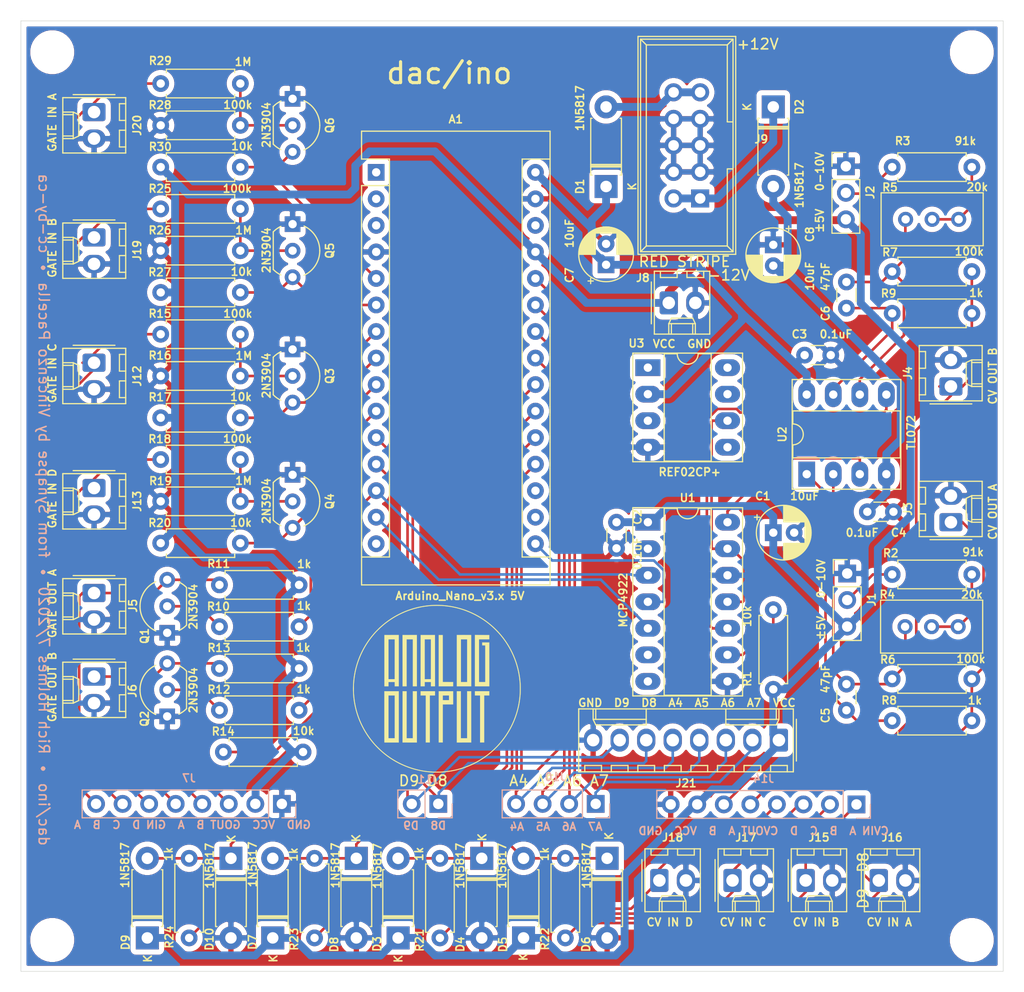
<source format=kicad_pcb>
(kicad_pcb (version 20171130) (host pcbnew 5.1.5-52549c5~84~ubuntu18.04.1)
  (layers (0 F.Cu signal) (31 B.Cu signal) (34 B.Paste user hide) (35 F.Paste user hide) (36 B.SilkS user) (37 F.SilkS user) (38 B.Mask user hide) (39 F.Mask user hide) (44 Edge.Cuts user))
  (net 0 "")
  (net 1 GND)
  (net 2 VCC)
  (net 3 /Arduino/SCK)
  (net 4 /Arduino/MOSI)
  (net 5 /Arduino/DAC_CS)
  (net 6 "/CV out/DAC_A")
  (net 7 "/CV out/DAC_B")
  (net 8 "/Inputs/Gate in A/GATE_IN")
  (net 9 "/Inputs/Gate in B/GATE_IN")
  (net 10 "/Inputs/Gate in C/GATE_IN")
  (net 11 "/Inputs/Gate in D/GATE_IN")
  (net 12 "/Inputs/CV in A/CV_IN")
  (net 13 "/Inputs/CV in B/CV_IN")
  (net 14 "/CV out/CV_OUT_A")
  (net 15 "/CV out/CV_OUT_B")
  (net 16 "/Gate out/GATE_OUT_A")
  (net 17 "/Gate out/GATE_OUT_B")
  (net 18 "/Voltage reference/VREF")
  (net 19 +VIN)
  (net 20 -VIN)
  (net 21 "Net-(A1-Pad15)")
  (net 22 "Net-(A1-Pad28)")
  (net 23 "Net-(A1-Pad3)")
  (net 24 "Net-(A1-Pad18)")
  (net 25 "Net-(A1-Pad2)")
  (net 26 "Net-(A1-Pad17)")
  (net 27 "Net-(A1-Pad1)")
  (net 28 "Net-(C5-Pad2)")
  (net 29 "Net-(C5-Pad1)")
  (net 30 "Net-(C6-Pad2)")
  (net 31 "Net-(C6-Pad1)")
  (net 32 "Net-(J1-Pad2)")
  (net 33 "Net-(J2-Pad2)")
  (net 34 "Net-(Q1-Pad2)")
  (net 35 "Net-(Q2-Pad2)")
  (net 36 "Net-(Q3-Pad2)")
  (net 37 "Net-(Q4-Pad2)")
  (net 38 "Net-(Q5-Pad2)")
  (net 39 "Net-(Q6-Pad2)")
  (net 40 "Net-(R1-Pad2)")
  (net 41 "Net-(U1-Pad7)")
  (net 42 "Net-(U1-Pad6)")
  (net 43 "Net-(U1-Pad2)")
  (net 44 "Net-(U3-Pad8)")
  (net 45 "Net-(U3-Pad7)")
  (net 46 "Net-(U3-Pad3)")
  (net 47 "Net-(U3-Pad5)")
  (net 48 "Net-(U3-Pad1)")
  (net 49 "Net-(D1-Pad2)")
  (net 50 "Net-(D2-Pad1)")
  (net 51 "/Inputs/CV in C/CV_IN")
  (net 52 "/Inputs/CV IN D/CV_IN")
  (net 53 "Net-(R2-Pad2)")
  (net 54 "Net-(R3-Pad2)")
  (net 55 /Arduino/D9)
  (net 56 /Arduino/D8)
  (net 57 /Arduino/A7)
  (net 58 /Arduino/D7)
  (net 59 /Arduino/A6)
  (net 60 /Arduino/D6)
  (net 61 /Arduino/A5)
  (net 62 /Arduino/D5)
  (net 63 /Arduino/A4)
  (net 64 /Arduino/D4)
  (net 65 /Arduino/A3)
  (net 66 /Arduino/D3)
  (net 67 /Arduino/A2)
  (net 68 /Arduino/D2)
  (net 69 /Arduino/A1)
  (net 70 /Arduino/A0)
  (module ao_tht:analogoutput (layer F.Cu) (at 179.8066 113.9444)
    (fp_text reference G*** hide)
    (fp_text value LOGO hide)
  )
  (module ao_tht:Molex_KK-254_AE-6410-08A_1x08_P2.54mm_Vertical (layer F.Cu) (at 212.54 118.865 180)
    (fp_text reference J21 (at 8.89 -4.12) (layer F.SilkS) (effects (font (size 0.75 0.75))))
    (fp_text value Conn_01x06)
    (fp_text user "GND  D9  D8  A4  A5  A6  A7  VCC" (at 8.8066 3.5744) (layer F.SilkS) (effects (font (size 0.75 0.75))))
    (pad 8 thru_hole oval (at 17.78 0 180) (size 1.74 2.2) (drill 1.2) (layers *.Cu *.Mask) (net 1 GND))
    (pad 7 thru_hole oval (at 15.24 0 180) (size 1.74 2.2) (drill 1.2) (layers *.Cu *.Mask) (net 55 /Arduino/D9))
    (pad 6 thru_hole oval (at 12.7 0 180) (size 1.74 2.2) (drill 1.2) (layers *.Cu *.Mask) (net 56 /Arduino/D8))
    (pad 5 thru_hole oval (at 10.16 0 180) (size 1.74 2.2) (drill 1.2) (layers *.Cu *.Mask) (net 63 /Arduino/A4))
    (pad 4 thru_hole oval (at 7.62 0 180) (size 1.74 2.2) (drill 1.2) (layers *.Cu *.Mask) (net 61 /Arduino/A5))
    (pad 3 thru_hole oval (at 5.08 0 180) (size 1.74 2.2) (drill 1.2) (layers *.Cu *.Mask) (net 59 /Arduino/A6))
    (pad 2 thru_hole oval (at 2.54 0 180) (size 1.74 2.2) (drill 1.2) (layers *.Cu *.Mask) (net 57 /Arduino/A7))
    (pad 1 thru_hole roundrect (at 0 0 180) (size 1.74 2.2) (drill 1.2) (layers *.Cu *.Mask) (roundrect_rratio 0.143678) (net 2 VCC))
  )
  (module ao_tht:DIP-8_W7.62mm_Socket_LongPads (layer F.Cu) (at 200 83.2)
    (fp_text reference U3 (at -1.0926 -2.3264) (layer F.SilkS) (effects (font (size 0.75 0.75))))
    (fp_text value REF02CP+)
    (fp_text user %V (at 4 10) (layer F.SilkS) (effects (font (size 0.75 0.75))))
    (pad 8 thru_hole oval (at 7.62 0) (size 2.4 1.6) (drill 0.8) (layers *.Cu *.Mask) (net 44 "Net-(U3-Pad8)"))
    (pad 4 thru_hole oval (at 0 7.62) (size 2.4 1.6) (drill 0.8) (layers *.Cu *.Mask) (net 1 GND))
    (pad 7 thru_hole oval (at 7.62 2.54) (size 2.4 1.6) (drill 0.8) (layers *.Cu *.Mask) (net 45 "Net-(U3-Pad7)"))
    (pad 3 thru_hole oval (at 0 5.08) (size 2.4 1.6) (drill 0.8) (layers *.Cu *.Mask) (net 46 "Net-(U3-Pad3)"))
    (pad 6 thru_hole oval (at 7.62 5.08) (size 2.4 1.6) (drill 0.8) (layers *.Cu *.Mask) (net 18 "/Voltage reference/VREF"))
    (pad 2 thru_hole oval (at 0 2.54) (size 2.4 1.6) (drill 0.8) (layers *.Cu *.Mask) (net 19 +VIN))
    (pad 5 thru_hole oval (at 7.62 7.62) (size 2.4 1.6) (drill 0.8) (layers *.Cu *.Mask) (net 47 "Net-(U3-Pad5)"))
    (pad 1 thru_hole rect (at 0 0) (size 2.4 1.6) (drill 0.8) (layers *.Cu *.Mask) (net 48 "Net-(U3-Pad1)"))
  )
  (module ao_tht:DIP-8_W7.62mm_Socket_LongPads (layer F.Cu) (at 215.2 93.4 90)
    (fp_text reference U2 (at 3.81 -2.33 90) (layer F.SilkS) (effects (font (size 0.75 0.75))))
    (fp_text value TL072)
    (fp_text user %V (at 4 10 90) (layer F.SilkS) (effects (font (size 0.75 0.75))))
    (pad 8 thru_hole oval (at 7.62 0 90) (size 2.4 1.6) (drill 0.8) (layers *.Cu *.Mask) (net 19 +VIN))
    (pad 4 thru_hole oval (at 0 7.62 90) (size 2.4 1.6) (drill 0.8) (layers *.Cu *.Mask) (net 20 -VIN))
    (pad 7 thru_hole oval (at 7.62 2.54 90) (size 2.4 1.6) (drill 0.8) (layers *.Cu *.Mask) (net 31 "Net-(C6-Pad1)"))
    (pad 3 thru_hole oval (at 0 5.08 90) (size 2.4 1.6) (drill 0.8) (layers *.Cu *.Mask) (net 6 "/CV out/DAC_A"))
    (pad 6 thru_hole oval (at 7.62 5.08 90) (size 2.4 1.6) (drill 0.8) (layers *.Cu *.Mask) (net 30 "Net-(C6-Pad2)"))
    (pad 2 thru_hole oval (at 0 2.54 90) (size 2.4 1.6) (drill 0.8) (layers *.Cu *.Mask) (net 28 "Net-(C5-Pad2)"))
    (pad 5 thru_hole oval (at 7.62 7.62 90) (size 2.4 1.6) (drill 0.8) (layers *.Cu *.Mask) (net 7 "/CV out/DAC_B"))
    (pad 1 thru_hole rect (at 0 0 90) (size 2.4 1.6) (drill 0.8) (layers *.Cu *.Mask) (net 29 "Net-(C5-Pad1)"))
  )
  (module ao_tht:DIP-14_W7.62mm_Socket_LongPads (layer F.Cu) (at 200 98)
    (fp_text reference U1 (at 3.81 -2.33) (layer F.SilkS) (effects (font (size 0.75 0.75))))
    (fp_text value MCP4922)
    (fp_text user %V (at -2.3626 7.4608 90) (layer F.SilkS) (effects (font (size 0.75 0.75))))
    (pad 14 thru_hole oval (at 7.62 0) (size 2.4 1.6) (drill 0.8) (layers *.Cu *.Mask) (net 6 "/CV out/DAC_A"))
    (pad 7 thru_hole oval (at 0 15.24) (size 2.4 1.6) (drill 0.8) (layers *.Cu *.Mask) (net 41 "Net-(U1-Pad7)"))
    (pad 13 thru_hole oval (at 7.62 2.54) (size 2.4 1.6) (drill 0.8) (layers *.Cu *.Mask) (net 18 "/Voltage reference/VREF"))
    (pad 6 thru_hole oval (at 0 12.7) (size 2.4 1.6) (drill 0.8) (layers *.Cu *.Mask) (net 42 "Net-(U1-Pad6)"))
    (pad 12 thru_hole oval (at 7.62 5.08) (size 2.4 1.6) (drill 0.8) (layers *.Cu *.Mask) (net 1 GND))
    (pad 5 thru_hole oval (at 0 10.16) (size 2.4 1.6) (drill 0.8) (layers *.Cu *.Mask) (net 4 /Arduino/MOSI))
    (pad 11 thru_hole oval (at 7.62 7.62) (size 2.4 1.6) (drill 0.8) (layers *.Cu *.Mask) (net 18 "/Voltage reference/VREF"))
    (pad 4 thru_hole oval (at 0 7.62) (size 2.4 1.6) (drill 0.8) (layers *.Cu *.Mask) (net 3 /Arduino/SCK))
    (pad 10 thru_hole oval (at 7.62 10.16) (size 2.4 1.6) (drill 0.8) (layers *.Cu *.Mask) (net 7 "/CV out/DAC_B"))
    (pad 3 thru_hole oval (at 0 5.08) (size 2.4 1.6) (drill 0.8) (layers *.Cu *.Mask) (net 5 /Arduino/DAC_CS))
    (pad 9 thru_hole oval (at 7.62 12.7) (size 2.4 1.6) (drill 0.8) (layers *.Cu *.Mask) (net 40 "Net-(R1-Pad2)"))
    (pad 2 thru_hole oval (at 0 2.54) (size 2.4 1.6) (drill 0.8) (layers *.Cu *.Mask) (net 43 "Net-(U1-Pad2)"))
    (pad 8 thru_hole oval (at 7.62 15.24) (size 2.4 1.6) (drill 0.8) (layers *.Cu *.Mask) (net 1 GND))
    (pad 1 thru_hole rect (at 0 0) (size 2.4 1.6) (drill 0.8) (layers *.Cu *.Mask) (net 2 VCC))
  )
  (module ao_tht:R_Axial_DIN0207_L6.3mm_D2.5mm_P7.62mm_Horizontal (layer F.Cu) (at 161 64 180)
    (fp_text reference R30 (at 7.6602 1.9478) (layer F.SilkS) (effects (font (size 0.75 0.75))))
    (fp_text value 10k (at -0.163 1.9986) (layer F.SilkS) (effects (font (size 0.75 0.75))))
    (pad 2 thru_hole oval (at 7.62 0 180) (size 1.6 1.6) (drill 0.8) (layers *.Cu *.Mask) (net 2 VCC))
    (pad 1 thru_hole circle (at 0 0 180) (size 1.6 1.6) (drill 0.8) (layers *.Cu *.Mask) (net 68 /Arduino/D2))
  )
  (module ao_tht:R_Axial_DIN0207_L6.3mm_D2.5mm_P7.62mm_Horizontal (layer F.Cu) (at 153.38 60)
    (fp_text reference R29 (at -0.0402 -6.1774) (layer F.SilkS) (effects (font (size 0.75 0.75))))
    (fp_text value 1M (at 7.8846 -6.0758) (layer F.SilkS) (effects (font (size 0.75 0.75))))
    (pad 2 thru_hole oval (at 7.62 0) (size 1.6 1.6) (drill 0.8) (layers *.Cu *.Mask) (net 39 "Net-(Q6-Pad2)"))
    (pad 1 thru_hole circle (at 0 0) (size 1.6 1.6) (drill 0.8) (layers *.Cu *.Mask) (net 1 GND))
  )
  (module ao_tht:R_Axial_DIN0207_L6.3mm_D2.5mm_P7.62mm_Horizontal (layer F.Cu) (at 161 56 180)
    (fp_text reference R28 (at 7.6856 -2.0644) (layer F.SilkS) (effects (font (size 0.75 0.75))))
    (fp_text value 100k (at 0.2434 -2.039) (layer F.SilkS) (effects (font (size 0.75 0.75))))
    (pad 2 thru_hole oval (at 7.62 0 180) (size 1.6 1.6) (drill 0.8) (layers *.Cu *.Mask) (net 8 "/Inputs/Gate in A/GATE_IN"))
    (pad 1 thru_hole circle (at 0 0 180) (size 1.6 1.6) (drill 0.8) (layers *.Cu *.Mask) (net 39 "Net-(Q6-Pad2)"))
  )
  (module ao_tht:R_Axial_DIN0207_L6.3mm_D2.5mm_P7.62mm_Horizontal (layer F.Cu) (at 161 76 180)
    (fp_text reference R27 (at 7.711 1.9336) (layer F.SilkS) (effects (font (size 0.75 0.75))))
    (fp_text value 10k (at -0.1122 1.9844) (layer F.SilkS) (effects (font (size 0.75 0.75))))
    (pad 2 thru_hole oval (at 7.62 0 180) (size 1.6 1.6) (drill 0.8) (layers *.Cu *.Mask) (net 2 VCC))
    (pad 1 thru_hole circle (at 0 0 180) (size 1.6 1.6) (drill 0.8) (layers *.Cu *.Mask) (net 66 /Arduino/D3))
  )
  (module ao_tht:R_Axial_DIN0207_L6.3mm_D2.5mm_P7.62mm_Horizontal (layer F.Cu) (at 153.38 72)
    (fp_text reference R26 (at -0.0656 -1.9468) (layer F.SilkS) (effects (font (size 0.75 0.75))))
    (fp_text value 1M (at 7.9354 -1.9468) (layer F.SilkS) (effects (font (size 0.75 0.75))))
    (pad 2 thru_hole oval (at 7.62 0) (size 1.6 1.6) (drill 0.8) (layers *.Cu *.Mask) (net 38 "Net-(Q5-Pad2)"))
    (pad 1 thru_hole circle (at 0 0) (size 1.6 1.6) (drill 0.8) (layers *.Cu *.Mask) (net 1 GND))
  )
  (module ao_tht:R_Axial_DIN0207_L6.3mm_D2.5mm_P7.62mm_Horizontal (layer F.Cu) (at 161 68 180)
    (fp_text reference R25 (at 7.6856 1.9346) (layer F.SilkS) (effects (font (size 0.75 0.75))))
    (fp_text value 100k (at 0.2942 1.9346) (layer F.SilkS) (effects (font (size 0.75 0.75))))
    (pad 2 thru_hole oval (at 7.62 0 180) (size 1.6 1.6) (drill 0.8) (layers *.Cu *.Mask) (net 9 "/Inputs/Gate in B/GATE_IN"))
    (pad 1 thru_hole circle (at 0 0 180) (size 1.6 1.6) (drill 0.8) (layers *.Cu *.Mask) (net 38 "Net-(Q5-Pad2)"))
  )
  (module ao_tht:R_Axial_DIN0207_L6.3mm_D2.5mm_P7.62mm_Horizontal (layer F.Cu) (at 156.1 130.18 270)
    (fp_text reference R24 (at 7.5388 1.8966 90) (layer F.SilkS) (effects (font (size 0.75 0.75))))
    (fp_text value 1k (at -0.4114 1.9728 90) (layer F.SilkS) (effects (font (size 0.75 0.75))))
    (pad 2 thru_hole oval (at 7.62 0 270) (size 1.6 1.6) (drill 0.8) (layers *.Cu *.Mask) (net 52 "/Inputs/CV IN D/CV_IN"))
    (pad 1 thru_hole circle (at 0 0 270) (size 1.6 1.6) (drill 0.8) (layers *.Cu *.Mask) (net 65 /Arduino/A3))
  )
  (module ao_tht:R_Axial_DIN0207_L6.3mm_D2.5mm_P7.62mm_Horizontal (layer F.Cu) (at 168.1 130.18 270)
    (fp_text reference R23 (at 7.742 1.9586 90) (layer F.SilkS) (effects (font (size 0.75 0.75))))
    (fp_text value 1k (at -0.3606 2.0094 90) (layer F.SilkS) (effects (font (size 0.75 0.75))))
    (pad 2 thru_hole oval (at 7.62 0 270) (size 1.6 1.6) (drill 0.8) (layers *.Cu *.Mask) (net 51 "/Inputs/CV in C/CV_IN"))
    (pad 1 thru_hole circle (at 0 0 270) (size 1.6 1.6) (drill 0.8) (layers *.Cu *.Mask) (net 67 /Arduino/A2))
  )
  (module ao_tht:R_Axial_DIN0207_L6.3mm_D2.5mm_P7.62mm_Horizontal (layer F.Cu) (at 192.1 130.18 270)
    (fp_text reference R22 (at 7.7166 1.9556 90) (layer F.SilkS) (effects (font (size 0.75 0.75))))
    (fp_text value 1k (at -0.4114 1.981 90) (layer F.SilkS) (effects (font (size 0.75 0.75))))
    (pad 2 thru_hole oval (at 7.62 0 270) (size 1.6 1.6) (drill 0.8) (layers *.Cu *.Mask) (net 12 "/Inputs/CV in A/CV_IN"))
    (pad 1 thru_hole circle (at 0 0 270) (size 1.6 1.6) (drill 0.8) (layers *.Cu *.Mask) (net 70 /Arduino/A0))
  )
  (module ao_tht:R_Axial_DIN0207_L6.3mm_D2.5mm_P7.62mm_Horizontal (layer F.Cu) (at 180.1 130.18 270)
    (fp_text reference R21 (at 7.8436 1.9444 90) (layer F.SilkS) (effects (font (size 0.75 0.75))))
    (fp_text value 1k (at -0.4114 1.9952 90) (layer F.SilkS) (effects (font (size 0.75 0.75))))
    (pad 2 thru_hole oval (at 7.62 0 270) (size 1.6 1.6) (drill 0.8) (layers *.Cu *.Mask) (net 13 "/Inputs/CV in B/CV_IN"))
    (pad 1 thru_hole circle (at 0 0 270) (size 1.6 1.6) (drill 0.8) (layers *.Cu *.Mask) (net 69 /Arduino/A1))
  )
  (module ao_tht:R_Axial_DIN0207_L6.3mm_D2.5mm_P7.62mm_Horizontal (layer F.Cu) (at 161 100 180)
    (fp_text reference R20 (at 7.711 1.9306) (layer F.SilkS) (effects (font (size 0.75 0.75))))
    (fp_text value 10k (at -0.0614 1.956) (layer F.SilkS) (effects (font (size 0.75 0.75))))
    (pad 2 thru_hole oval (at 7.62 0 180) (size 1.6 1.6) (drill 0.8) (layers *.Cu *.Mask) (net 2 VCC))
    (pad 1 thru_hole circle (at 0 0 180) (size 1.6 1.6) (drill 0.8) (layers *.Cu *.Mask) (net 62 /Arduino/D5))
  )
  (module ao_tht:R_Axial_DIN0207_L6.3mm_D2.5mm_P7.62mm_Horizontal (layer F.Cu) (at 153.38 96)
    (fp_text reference R19 (at -0.0148 -1.9438) (layer F.SilkS) (effects (font (size 0.75 0.75))))
    (fp_text value 1M (at 7.9354 -1.9692) (layer F.SilkS) (effects (font (size 0.75 0.75))))
    (pad 2 thru_hole oval (at 7.62 0) (size 1.6 1.6) (drill 0.8) (layers *.Cu *.Mask) (net 37 "Net-(Q4-Pad2)"))
    (pad 1 thru_hole circle (at 0 0) (size 1.6 1.6) (drill 0.8) (layers *.Cu *.Mask) (net 1 GND))
  )
  (module ao_tht:R_Axial_DIN0207_L6.3mm_D2.5mm_P7.62mm_Horizontal (layer F.Cu) (at 161 92 180)
    (fp_text reference R18 (at 7.711 1.957) (layer F.SilkS) (effects (font (size 0.75 0.75))))
    (fp_text value 100k (at 0.2688 1.9824) (layer F.SilkS) (effects (font (size 0.75 0.75))))
    (pad 2 thru_hole oval (at 7.62 0 180) (size 1.6 1.6) (drill 0.8) (layers *.Cu *.Mask) (net 11 "/Inputs/Gate in D/GATE_IN"))
    (pad 1 thru_hole circle (at 0 0 180) (size 1.6 1.6) (drill 0.8) (layers *.Cu *.Mask) (net 37 "Net-(Q4-Pad2)"))
  )
  (module ao_tht:R_Axial_DIN0207_L6.3mm_D2.5mm_P7.62mm_Horizontal (layer F.Cu) (at 161 88 180)
    (fp_text reference R17 (at 7.6856 1.9702) (layer F.SilkS) (effects (font (size 0.75 0.75))))
    (fp_text value 10k (at -0.0614 1.9956) (layer F.SilkS) (effects (font (size 0.75 0.75))))
    (pad 2 thru_hole oval (at 7.62 0 180) (size 1.6 1.6) (drill 0.8) (layers *.Cu *.Mask) (net 2 VCC))
    (pad 1 thru_hole circle (at 0 0 180) (size 1.6 1.6) (drill 0.8) (layers *.Cu *.Mask) (net 64 /Arduino/D4))
  )
  (module ao_tht:R_Axial_DIN0207_L6.3mm_D2.5mm_P7.62mm_Horizontal (layer F.Cu) (at 153.38 84)
    (fp_text reference R16 (at -0.0656 -1.958) (layer F.SilkS) (effects (font (size 0.75 0.75))))
    (fp_text value 1M (at 7.9608 -1.9326) (layer F.SilkS) (effects (font (size 0.75 0.75))))
    (pad 2 thru_hole oval (at 7.62 0) (size 1.6 1.6) (drill 0.8) (layers *.Cu *.Mask) (net 36 "Net-(Q3-Pad2)"))
    (pad 1 thru_hole circle (at 0 0) (size 1.6 1.6) (drill 0.8) (layers *.Cu *.Mask) (net 1 GND))
  )
  (module ao_tht:R_Axial_DIN0207_L6.3mm_D2.5mm_P7.62mm_Horizontal (layer F.Cu) (at 161 80 180)
    (fp_text reference R15 (at 7.6856 1.9712) (layer F.SilkS) (effects (font (size 0.75 0.75))))
    (fp_text value 100k (at 0.2434 1.9712) (layer F.SilkS) (effects (font (size 0.75 0.75))))
    (pad 2 thru_hole oval (at 7.62 0 180) (size 1.6 1.6) (drill 0.8) (layers *.Cu *.Mask) (net 10 "/Inputs/Gate in C/GATE_IN"))
    (pad 1 thru_hole circle (at 0 0 180) (size 1.6 1.6) (drill 0.8) (layers *.Cu *.Mask) (net 36 "Net-(Q3-Pad2)"))
  )
  (module ao_tht:R_Axial_DIN0207_L6.3mm_D2.5mm_P7.62mm_Horizontal (layer F.Cu) (at 167 120 180)
    (fp_text reference R14 (at 7.6404 1.9662) (layer F.SilkS) (effects (font (size 0.75 0.75))))
    (fp_text value 10k (at -0.0558 2.017) (layer F.SilkS) (effects (font (size 0.75 0.75))))
    (pad 2 thru_hole oval (at 7.62 0 180) (size 1.6 1.6) (drill 0.8) (layers *.Cu *.Mask) (net 5 /Arduino/DAC_CS))
    (pad 1 thru_hole circle (at 0 0 180) (size 1.6 1.6) (drill 0.8) (layers *.Cu *.Mask) (net 2 VCC))
  )
  (module ao_tht:R_Axial_DIN0207_L6.3mm_D2.5mm_P7.62mm_Horizontal (layer F.Cu) (at 159 112)
    (fp_text reference R13 (at -0.0468 -1.9672) (layer F.SilkS) (effects (font (size 0.75 0.75))))
    (fp_text value 1k (at 8.0304 -1.9926) (layer F.SilkS) (effects (font (size 0.75 0.75))))
    (pad 2 thru_hole oval (at 7.62 0) (size 1.6 1.6) (drill 0.8) (layers *.Cu *.Mask) (net 2 VCC))
    (pad 1 thru_hole circle (at 0 0) (size 1.6 1.6) (drill 0.8) (layers *.Cu *.Mask) (net 17 "/Gate out/GATE_OUT_B"))
  )
  (module ao_tht:R_Axial_DIN0207_L6.3mm_D2.5mm_P7.62mm_Horizontal (layer F.Cu) (at 159 116)
    (fp_text reference R12 (at -0.0468 -1.9794) (layer F.SilkS) (effects (font (size 0.75 0.75))))
    (fp_text value 1k (at 8.0558 -2.0048) (layer F.SilkS) (effects (font (size 0.75 0.75))))
    (pad 2 thru_hole oval (at 7.62 0) (size 1.6 1.6) (drill 0.8) (layers *.Cu *.Mask) (net 58 /Arduino/D7))
    (pad 1 thru_hole circle (at 0 0) (size 1.6 1.6) (drill 0.8) (layers *.Cu *.Mask) (net 35 "Net-(Q2-Pad2)"))
  )
  (module ao_tht:R_Axial_DIN0207_L6.3mm_D2.5mm_P7.62mm_Horizontal (layer F.Cu) (at 159 104)
    (fp_text reference R11 (at -0.0722 -2.019) (layer F.SilkS) (effects (font (size 0.75 0.75))))
    (fp_text value 1k (at 8.1066 -1.9936) (layer F.SilkS) (effects (font (size 0.75 0.75))))
    (pad 2 thru_hole oval (at 7.62 0) (size 1.6 1.6) (drill 0.8) (layers *.Cu *.Mask) (net 2 VCC))
    (pad 1 thru_hole circle (at 0 0) (size 1.6 1.6) (drill 0.8) (layers *.Cu *.Mask) (net 16 "/Gate out/GATE_OUT_A"))
  )
  (module ao_tht:R_Axial_DIN0207_L6.3mm_D2.5mm_P7.62mm_Horizontal (layer F.Cu) (at 159 108)
    (fp_text reference R10 (at -0.0976 -1.9296) (layer F.SilkS) (effects (font (size 0.75 0.75))))
    (fp_text value 1k (at 8.0812 -1.9804) (layer F.SilkS) (effects (font (size 0.75 0.75))))
    (pad 2 thru_hole oval (at 7.62 0) (size 1.6 1.6) (drill 0.8) (layers *.Cu *.Mask) (net 60 /Arduino/D6))
    (pad 1 thru_hole circle (at 0 0) (size 1.6 1.6) (drill 0.8) (layers *.Cu *.Mask) (net 34 "Net-(Q1-Pad2)"))
  )
  (module ao_tht:R_Axial_DIN0207_L6.3mm_D2.5mm_P7.62mm_Horizontal (layer F.Cu) (at 223.38 78)
    (fp_text reference R9 (at -0.3426 -1.9016) (layer F.SilkS) (effects (font (size 0.75 0.75))))
    (fp_text value 1k (at 8.0394 -1.9524) (layer F.SilkS) (effects (font (size 0.75 0.75))))
    (pad 2 thru_hole oval (at 7.62 0) (size 1.6 1.6) (drill 0.8) (layers *.Cu *.Mask) (net 15 "/CV out/CV_OUT_B"))
    (pad 1 thru_hole circle (at 0 0) (size 1.6 1.6) (drill 0.8) (layers *.Cu *.Mask) (net 31 "Net-(C6-Pad1)"))
  )
  (module ao_tht:R_Axial_DIN0207_L6.3mm_D2.5mm_P7.62mm_Horizontal (layer F.Cu) (at 223.38 117)
    (fp_text reference R8 (at -0.2918 -1.938) (layer F.SilkS) (effects (font (size 0.75 0.75))))
    (fp_text value 1k (at 7.9124 -1.938) (layer F.SilkS) (effects (font (size 0.75 0.75))))
    (pad 2 thru_hole oval (at 7.62 0) (size 1.6 1.6) (drill 0.8) (layers *.Cu *.Mask) (net 14 "/CV out/CV_OUT_A"))
    (pad 1 thru_hole circle (at 0 0) (size 1.6 1.6) (drill 0.8) (layers *.Cu *.Mask) (net 29 "Net-(C5-Pad1)"))
  )
  (module ao_tht:R_Axial_DIN0207_L6.3mm_D2.5mm_P7.62mm_Horizontal (layer F.Cu) (at 223.38 74)
    (fp_text reference R7 (at -0.2156 -1.8386) (layer F.SilkS) (effects (font (size 0.75 0.75))))
    (fp_text value 100k (at 7.379 -1.9148) (layer F.SilkS) (effects (font (size 0.75 0.75))))
    (pad 2 thru_hole oval (at 7.62 0) (size 1.6 1.6) (drill 0.8) (layers *.Cu *.Mask) (net 15 "/CV out/CV_OUT_B"))
    (pad 1 thru_hole circle (at 0 0) (size 1.6 1.6) (drill 0.8) (layers *.Cu *.Mask) (net 30 "Net-(C6-Pad2)"))
  )
  (module ao_tht:R_Axial_DIN0207_L6.3mm_D2.5mm_P7.62mm_Horizontal (layer F.Cu) (at 223.38 113)
    (fp_text reference R6 (at -0.4188 -1.8496) (layer F.SilkS) (effects (font (size 0.75 0.75))))
    (fp_text value 100k (at 7.5314 -1.9004) (layer F.SilkS) (effects (font (size 0.75 0.75))))
    (pad 2 thru_hole oval (at 7.62 0) (size 1.6 1.6) (drill 0.8) (layers *.Cu *.Mask) (net 14 "/CV out/CV_OUT_A"))
    (pad 1 thru_hole circle (at 0 0) (size 1.6 1.6) (drill 0.8) (layers *.Cu *.Mask) (net 28 "Net-(C5-Pad2)"))
  )
  (module ao_tht:Potentiometer_Bourns_3296W_Vertical (layer F.Cu) (at 227.203 69 180)
    (fp_text reference R5 (at 4.0386 3.0616) (layer F.SilkS) (effects (font (size 0.75 0.75))))
    (fp_text value 20k)
    (fp_text user %V (at -4.318 3.087) (layer F.SilkS) (effects (font (size 0.75 0.75))))
    (pad 3 thru_hole circle (at -2.54 0 180) (size 1.44 1.44) (drill 0.8) (layers *.Cu *.Mask) (net 54 "Net-(R3-Pad2)"))
    (pad 2 thru_hole circle (at 0 0 180) (size 1.44 1.44) (drill 0.8) (layers *.Cu *.Mask) (net 54 "Net-(R3-Pad2)"))
    (pad 1 thru_hole circle (at 2.54 0 180) (size 1.44 1.44) (drill 0.8) (layers *.Cu *.Mask) (net 30 "Net-(C6-Pad2)"))
  )
  (module ao_tht:Potentiometer_Bourns_3296W_Vertical (layer F.Cu) (at 227.1522 108.0008 180)
    (fp_text reference R4 (at 4.2418 3.0734) (layer F.SilkS) (effects (font (size 0.75 0.75))))
    (fp_text value 20k)
    (fp_text user %V (at -3.8608 3.0734) (layer F.SilkS) (effects (font (size 0.75 0.75))))
    (pad 3 thru_hole circle (at -2.54 0 180) (size 1.44 1.44) (drill 0.8) (layers *.Cu *.Mask) (net 53 "Net-(R2-Pad2)"))
    (pad 2 thru_hole circle (at 0 0 180) (size 1.44 1.44) (drill 0.8) (layers *.Cu *.Mask) (net 53 "Net-(R2-Pad2)"))
    (pad 1 thru_hole circle (at 2.54 0 180) (size 1.44 1.44) (drill 0.8) (layers *.Cu *.Mask) (net 28 "Net-(C5-Pad2)"))
  )
  (module ao_tht:R_Axial_DIN0207_L6.3mm_D2.5mm_P7.62mm_Horizontal (layer F.Cu) (at 223.38 64)
    (fp_text reference R3 (at 1 -2.5) (layer F.SilkS) (effects (font (size 0.75 0.75))))
    (fp_text value 91k (at 7 -2.5) (layer F.SilkS) (effects (font (size 0.75 0.75))))
    (pad 2 thru_hole oval (at 7.62 0) (size 1.6 1.6) (drill 0.8) (layers *.Cu *.Mask) (net 54 "Net-(R3-Pad2)"))
    (pad 1 thru_hole circle (at 0 0) (size 1.6 1.6) (drill 0.8) (layers *.Cu *.Mask) (net 33 "Net-(J2-Pad2)"))
  )
  (module ao_tht:R_Axial_DIN0207_L6.3mm_D2.5mm_P7.62mm_Horizontal (layer F.Cu) (at 223.38 103)
    (fp_text reference R2 (at -0.1394 -2.035) (layer F.SilkS) (effects (font (size 0.75 0.75))))
    (fp_text value 91k (at 7.7346 -2.1366) (layer F.SilkS) (effects (font (size 0.75 0.75))))
    (pad 2 thru_hole oval (at 7.62 0) (size 1.6 1.6) (drill 0.8) (layers *.Cu *.Mask) (net 53 "Net-(R2-Pad2)"))
    (pad 1 thru_hole circle (at 0 0) (size 1.6 1.6) (drill 0.8) (layers *.Cu *.Mask) (net 32 "Net-(J1-Pad2)"))
  )
  (module ao_tht:R_Axial_DIN0207_L6.3mm_D2.5mm_P7.62mm_Horizontal (layer F.Cu) (at 212 114 90)
    (fp_text reference R1 (at 1 -2.5 90) (layer F.SilkS) (effects (font (size 0.75 0.75))))
    (fp_text value 10k (at 7 -2.5 90) (layer F.SilkS) (effects (font (size 0.75 0.75))))
    (pad 2 thru_hole oval (at 7.62 0 90) (size 1.6 1.6) (drill 0.8) (layers *.Cu *.Mask) (net 40 "Net-(R1-Pad2)"))
    (pad 1 thru_hole circle (at 0 0 90) (size 1.6 1.6) (drill 0.8) (layers *.Cu *.Mask) (net 2 VCC))
  )
  (module ao_tht:TO-92_Inline_Wide (layer F.Cu) (at 166 57.46 270)
    (fp_text reference Q6 (at 2.54 -3.56 90) (layer F.SilkS) (effects (font (size 0.75 0.75))))
    (fp_text value 2N3904)
    (fp_text user %V (at 2.5 2.5 90) (layer F.SilkS) (effects (font (size 0.75 0.75))))
    (pad 1 thru_hole rect (at 0 0) (size 1.5 1.5) (drill 0.8) (layers *.Cu *.Mask) (net 1 GND))
    (pad 3 thru_hole circle (at 5.08 0) (size 1.5 1.5) (drill 0.8) (layers *.Cu *.Mask) (net 68 /Arduino/D2))
    (pad 2 thru_hole circle (at 2.54 0) (size 1.5 1.5) (drill 0.8) (layers *.Cu *.Mask) (net 39 "Net-(Q6-Pad2)"))
  )
  (module ao_tht:TO-92_Inline_Wide (layer F.Cu) (at 166 69.46 270)
    (fp_text reference Q5 (at 2.54 -3.56 90) (layer F.SilkS) (effects (font (size 0.75 0.75))))
    (fp_text value 2N3904)
    (fp_text user %V (at 2.5 2.5 90) (layer F.SilkS) (effects (font (size 0.75 0.75))))
    (pad 1 thru_hole rect (at 0 0) (size 1.5 1.5) (drill 0.8) (layers *.Cu *.Mask) (net 1 GND))
    (pad 3 thru_hole circle (at 5.08 0) (size 1.5 1.5) (drill 0.8) (layers *.Cu *.Mask) (net 66 /Arduino/D3))
    (pad 2 thru_hole circle (at 2.54 0) (size 1.5 1.5) (drill 0.8) (layers *.Cu *.Mask) (net 38 "Net-(Q5-Pad2)"))
  )
  (module ao_tht:TO-92_Inline_Wide (layer F.Cu) (at 166 93.46 270)
    (fp_text reference Q4 (at 2.54 -3.56 90) (layer F.SilkS) (effects (font (size 0.75 0.75))))
    (fp_text value 2N3904)
    (fp_text user %V (at 2.5 2.5 90) (layer F.SilkS) (effects (font (size 0.75 0.75))))
    (pad 1 thru_hole rect (at 0 0) (size 1.5 1.5) (drill 0.8) (layers *.Cu *.Mask) (net 1 GND))
    (pad 3 thru_hole circle (at 5.08 0) (size 1.5 1.5) (drill 0.8) (layers *.Cu *.Mask) (net 62 /Arduino/D5))
    (pad 2 thru_hole circle (at 2.54 0) (size 1.5 1.5) (drill 0.8) (layers *.Cu *.Mask) (net 37 "Net-(Q4-Pad2)"))
  )
  (module ao_tht:TO-92_Inline_Wide (layer F.Cu) (at 166 81.46 270)
    (fp_text reference Q3 (at 2.54 -3.56 90) (layer F.SilkS) (effects (font (size 0.75 0.75))))
    (fp_text value 2N3904)
    (fp_text user %V (at 2.5 2.5 90) (layer F.SilkS) (effects (font (size 0.75 0.75))))
    (pad 1 thru_hole rect (at 0 0) (size 1.5 1.5) (drill 0.8) (layers *.Cu *.Mask) (net 1 GND))
    (pad 3 thru_hole circle (at 5.08 0) (size 1.5 1.5) (drill 0.8) (layers *.Cu *.Mask) (net 64 /Arduino/D4))
    (pad 2 thru_hole circle (at 2.54 0) (size 1.5 1.5) (drill 0.8) (layers *.Cu *.Mask) (net 36 "Net-(Q3-Pad2)"))
  )
  (module ao_tht:TO-92_Inline_Wide (layer F.Cu) (at 154 116.59 90)
    (fp_text reference Q2 (at -0.2246 -2.1588 90) (layer F.SilkS) (effects (font (size 0.75 0.75))))
    (fp_text value 2N3904)
    (fp_text user %V (at 2.5 2.5 90) (layer F.SilkS) (effects (font (size 0.75 0.75))))
    (pad 1 thru_hole rect (at 0 0 180) (size 1.5 1.5) (drill 0.8) (layers *.Cu *.Mask) (net 1 GND))
    (pad 3 thru_hole circle (at 5.08 0 180) (size 1.5 1.5) (drill 0.8) (layers *.Cu *.Mask) (net 17 "/Gate out/GATE_OUT_B"))
    (pad 2 thru_hole circle (at 2.54 0 180) (size 1.5 1.5) (drill 0.8) (layers *.Cu *.Mask) (net 35 "Net-(Q2-Pad2)"))
  )
  (module ao_tht:TO-92_Inline_Wide (layer F.Cu) (at 154 108.59 90)
    (fp_text reference Q1 (at -0.2998 -2.1588 270) (layer F.SilkS) (effects (font (size 0.75 0.75))))
    (fp_text value 2N3904)
    (fp_text user %V (at 2.5 2.5 90) (layer F.SilkS) (effects (font (size 0.75 0.75))))
    (pad 1 thru_hole rect (at 0 0 180) (size 1.5 1.5) (drill 0.8) (layers *.Cu *.Mask) (net 1 GND))
    (pad 3 thru_hole circle (at 5.08 0 180) (size 1.5 1.5) (drill 0.8) (layers *.Cu *.Mask) (net 16 "/Gate out/GATE_OUT_A"))
    (pad 2 thru_hole circle (at 2.54 0 180) (size 1.5 1.5) (drill 0.8) (layers *.Cu *.Mask) (net 34 "Net-(Q1-Pad2)"))
  )
  (module ao_tht:Molex_KK-254_AE-6410-02A_1x02_P2.54mm_Vertical (layer F.Cu) (at 147 58.73 270)
    (fp_text reference J20 (at 1.27 -4.12 90) (layer F.SilkS) (effects (font (size 0.75 0.75))))
    (fp_text value "Molex 2 pin GATE IN")
    (fp_text user "GATE IN A" (at 1 4 90) (layer F.SilkS) (effects (font (size 0.75 0.75))))
    (pad 2 thru_hole oval (at 2.54 0 270) (size 1.74 2.2) (drill 1.2) (layers *.Cu *.Mask) (net 1 GND))
    (pad 1 thru_hole roundrect (at 0 0 270) (size 1.74 2.2) (drill 1.2) (layers *.Cu *.Mask) (roundrect_rratio 0.143678) (net 8 "/Inputs/Gate in A/GATE_IN"))
  )
  (module ao_tht:Molex_KK-254_AE-6410-02A_1x02_P2.54mm_Vertical (layer F.Cu) (at 147 70.73 270)
    (fp_text reference J19 (at 1.27 -4.12 90) (layer F.SilkS) (effects (font (size 0.75 0.75))))
    (fp_text value "Molex 2 pin GATE IN")
    (fp_text user "GATE IN B" (at 1 4 90) (layer F.SilkS) (effects (font (size 0.75 0.75))))
    (pad 2 thru_hole oval (at 2.54 0 270) (size 1.74 2.2) (drill 1.2) (layers *.Cu *.Mask) (net 1 GND))
    (pad 1 thru_hole roundrect (at 0 0 270) (size 1.74 2.2) (drill 1.2) (layers *.Cu *.Mask) (roundrect_rratio 0.143678) (net 9 "/Inputs/Gate in B/GATE_IN"))
  )
  (module ao_tht:Molex_KK-254_AE-6410-02A_1x02_P2.54mm_Vertical (layer F.Cu) (at 201.1 132.3)
    (fp_text reference J18 (at 1.27 -4.12) (layer F.SilkS) (effects (font (size 0.75 0.75))))
    (fp_text value "Molex 2 pin CV IN")
    (fp_text user "CV IN D" (at 1 4) (layer F.SilkS) (effects (font (size 0.75 0.75))))
    (pad 2 thru_hole oval (at 2.54 0) (size 1.74 2.2) (drill 1.2) (layers *.Cu *.Mask) (net 1 GND))
    (pad 1 thru_hole roundrect (at 0 0) (size 1.74 2.2) (drill 1.2) (layers *.Cu *.Mask) (roundrect_rratio 0.143678) (net 52 "/Inputs/CV IN D/CV_IN"))
  )
  (module ao_tht:Molex_KK-254_AE-6410-02A_1x02_P2.54mm_Vertical (layer F.Cu) (at 208.1 132.3)
    (fp_text reference J17 (at 1.27 -4.12) (layer F.SilkS) (effects (font (size 0.75 0.75))))
    (fp_text value "Molex 2 pin CV IN")
    (fp_text user "CV IN C" (at 1 4) (layer F.SilkS) (effects (font (size 0.75 0.75))))
    (pad 2 thru_hole oval (at 2.54 0) (size 1.74 2.2) (drill 1.2) (layers *.Cu *.Mask) (net 1 GND))
    (pad 1 thru_hole roundrect (at 0 0) (size 1.74 2.2) (drill 1.2) (layers *.Cu *.Mask) (roundrect_rratio 0.143678) (net 51 "/Inputs/CV in C/CV_IN"))
  )
  (module ao_tht:Molex_KK-254_AE-6410-02A_1x02_P2.54mm_Vertical (layer F.Cu) (at 222.1 132.3)
    (fp_text reference J16 (at 1.27 -4.12) (layer F.SilkS) (effects (font (size 0.75 0.75))))
    (fp_text value "Molex 2 pin CV IN")
    (fp_text user "CV IN A" (at 1 4) (layer F.SilkS) (effects (font (size 0.75 0.75))))
    (pad 2 thru_hole oval (at 2.54 0) (size 1.74 2.2) (drill 1.2) (layers *.Cu *.Mask) (net 1 GND))
    (pad 1 thru_hole roundrect (at 0 0) (size 1.74 2.2) (drill 1.2) (layers *.Cu *.Mask) (roundrect_rratio 0.143678) (net 12 "/Inputs/CV in A/CV_IN"))
  )
  (module ao_tht:Molex_KK-254_AE-6410-02A_1x02_P2.54mm_Vertical (layer F.Cu) (at 215.1 132.3)
    (fp_text reference J15 (at 1.27 -4.12) (layer F.SilkS) (effects (font (size 0.75 0.75))))
    (fp_text value "Molex 2 pin CV IN")
    (fp_text user "CV IN B" (at 1 4) (layer F.SilkS) (effects (font (size 0.75 0.75))))
    (pad 2 thru_hole oval (at 2.54 0) (size 1.74 2.2) (drill 1.2) (layers *.Cu *.Mask) (net 1 GND))
    (pad 1 thru_hole roundrect (at 0 0) (size 1.74 2.2) (drill 1.2) (layers *.Cu *.Mask) (roundrect_rratio 0.143678) (net 13 "/Inputs/CV in B/CV_IN"))
  )
  (module ao_tht:PinHeader_1x08_P2.54mm_Vertical (layer B.Cu) (at 211.074 124.8918 180)
    (fp_text reference J14 (at 0 2.33) (layer B.SilkS) (effects (font (size 0.75 0.75)) (justify mirror)))
    (fp_text value Conn_01x01_Units)
    (fp_text user "CVIN A  B  C  D  CVOUT A  B  VCC  GND" (at 0 -2.667) (layer B.SilkS) (effects (font (size 0.75 0.75)) (justify mirror)))
    (pad 8 thru_hole oval (at 8.89 -0.127 90) (size 1.7 1.7) (drill 1) (layers *.Cu *.Mask) (net 1 GND))
    (pad 7 thru_hole oval (at 6.35 -0.127 90) (size 1.7 1.7) (drill 1) (layers *.Cu *.Mask) (net 2 VCC))
    (pad 6 thru_hole oval (at 3.81 -0.127 90) (size 1.7 1.7) (drill 1) (layers *.Cu *.Mask) (net 15 "/CV out/CV_OUT_B"))
    (pad 5 thru_hole oval (at 1.27 -0.127 90) (size 1.7 1.7) (drill 1) (layers *.Cu *.Mask) (net 14 "/CV out/CV_OUT_A"))
    (pad 4 thru_hole oval (at -1.27 -0.127 90) (size 1.7 1.7) (drill 1) (layers *.Cu *.Mask) (net 52 "/Inputs/CV IN D/CV_IN"))
    (pad 3 thru_hole oval (at -3.81 -0.127 90) (size 1.7 1.7) (drill 1) (layers *.Cu *.Mask) (net 51 "/Inputs/CV in C/CV_IN"))
    (pad 2 thru_hole oval (at -6.35 -0.127 90) (size 1.7 1.7) (drill 1) (layers *.Cu *.Mask) (net 13 "/Inputs/CV in B/CV_IN"))
    (pad 1 thru_hole rect (at -8.89 -0.127 90) (size 1.7 1.7) (drill 1) (layers *.Cu *.Mask) (net 12 "/Inputs/CV in A/CV_IN"))
  )
  (module ao_tht:Molex_KK-254_AE-6410-02A_1x02_P2.54mm_Vertical (layer F.Cu) (at 147 94.73 270)
    (fp_text reference J13 (at 1.27 -4.12 90) (layer F.SilkS) (effects (font (size 0.75 0.75))))
    (fp_text value "Molex 2 pin GATE IN")
    (fp_text user "GATE IN D" (at 1 4 90) (layer F.SilkS) (effects (font (size 0.75 0.75))))
    (pad 2 thru_hole oval (at 2.54 0 270) (size 1.74 2.2) (drill 1.2) (layers *.Cu *.Mask) (net 1 GND))
    (pad 1 thru_hole roundrect (at 0 0 270) (size 1.74 2.2) (drill 1.2) (layers *.Cu *.Mask) (roundrect_rratio 0.143678) (net 11 "/Inputs/Gate in D/GATE_IN"))
  )
  (module ao_tht:Molex_KK-254_AE-6410-02A_1x02_P2.54mm_Vertical (layer F.Cu) (at 147 82.73 270)
    (fp_text reference J12 (at 1.27 -4.12 90) (layer F.SilkS) (effects (font (size 0.75 0.75))))
    (fp_text value "Molex 2 pin GATE IN")
    (fp_text user "GATE IN C" (at 1 4 90) (layer F.SilkS) (effects (font (size 0.75 0.75))))
    (pad 2 thru_hole oval (at 2.54 0 270) (size 1.74 2.2) (drill 1.2) (layers *.Cu *.Mask) (net 1 GND))
    (pad 1 thru_hole roundrect (at 0 0 270) (size 1.74 2.2) (drill 1.2) (layers *.Cu *.Mask) (roundrect_rratio 0.143678) (net 10 "/Inputs/Gate in C/GATE_IN"))
  )
  (module ao_tht:PinHeader_1x02_P2.54mm_Vertical (layer B.Cu) (at 178.943 124.968 180)
    (fp_text reference J11 (at 0 2.33) (layer B.SilkS) (effects (font (size 0.75 0.75)) (justify mirror)))
    (fp_text value Conn_01x02)
    (fp_text user "D8  D9" (at 0.3048 -2.0828) (layer B.SilkS) (effects (font (size 0.75 0.75)) (justify mirror)))
    (pad 2 thru_hole oval (at 1.54 0 90) (size 1.7 1.7) (drill 1) (layers *.Cu *.Mask) (net 55 /Arduino/D9))
    (pad 1 thru_hole rect (at -1 0 90) (size 1.7 1.7) (drill 1) (layers *.Cu *.Mask) (net 56 /Arduino/D8))
  )
  (module ao_tht:PinHeader_1x04_P2.54mm_Vertical (layer B.Cu) (at 191.135 124.714 180)
    (fp_text reference J10 (at 0 2.33) (layer B.SilkS) (effects (font (size 0.75 0.75)) (justify mirror)))
    (fp_text value Conn_01x04)
    (fp_text user "A7  A6  A5  A4" (at -0.0762 -2.4384) (layer B.SilkS) (effects (font (size 0.75 0.75)) (justify mirror)))
    (pad 1 thru_hole rect (at -3.873 -0.254 90) (size 1.7 1.7) (drill 1) (layers *.Cu *.Mask) (net 57 /Arduino/A7))
    (pad 2 thru_hole oval (at -1.333 -0.254 90) (size 1.7 1.7) (drill 1) (layers *.Cu *.Mask) (net 59 /Arduino/A6))
    (pad 3 thru_hole oval (at 1.207 -0.254 90) (size 1.7 1.7) (drill 1) (layers *.Cu *.Mask) (net 61 /Arduino/A5))
    (pad 4 thru_hole oval (at 3.747 -0.254 90) (size 1.7 1.7) (drill 1) (layers *.Cu *.Mask) (net 63 /Arduino/A4))
  )
  (module ao_tht:Power_Header (layer F.Cu) (at 205 67 180)
    (fp_text reference J9 (at -5.85 5.67) (layer F.SilkS) (effects (font (size 0.75 0.75))))
    (fp_text value EURO_PWR_2x5)
    (fp_text user "RED STRIPE" (at 1.4952 -6.0504) (layer F.SilkS))
    (fp_text user -12V (at -2.7466 -7.3458) (layer F.SilkS))
    (fp_text user +12V (at -5.5152 14.7776) (layer F.SilkS))
    (pad 10 thru_hole oval (at 2.54 10.16 180) (size 1.7272 1.7272) (drill 1.016) (layers *.Cu *.Mask) (net 49 "Net-(D1-Pad2)"))
    (pad 9 thru_hole oval (at 0 10.16 180) (size 1.7272 1.7272) (drill 1.016) (layers *.Cu *.Mask) (net 49 "Net-(D1-Pad2)"))
    (pad 8 thru_hole oval (at 2.54 7.62 180) (size 1.7272 1.7272) (drill 1.016) (layers *.Cu *.Mask) (net 1 GND))
    (pad 7 thru_hole oval (at 0 7.62 180) (size 1.7272 1.7272) (drill 1.016) (layers *.Cu *.Mask) (net 1 GND))
    (pad 6 thru_hole oval (at 2.54 5.08 180) (size 1.7272 1.7272) (drill 1.016) (layers *.Cu *.Mask) (net 1 GND))
    (pad 5 thru_hole oval (at 0 5.08 180) (size 1.7272 1.7272) (drill 1.016) (layers *.Cu *.Mask) (net 1 GND))
    (pad 4 thru_hole oval (at 2.54 2.54 180) (size 1.7272 1.7272) (drill 1.016) (layers *.Cu *.Mask) (net 1 GND))
    (pad 3 thru_hole oval (at 0 2.54 180) (size 1.7272 1.7272) (drill 1.016) (layers *.Cu *.Mask) (net 1 GND))
    (pad 2 thru_hole oval (at 2.54 0 180) (size 1.7272 1.7272) (drill 1.016) (layers *.Cu *.Mask) (net 50 "Net-(D2-Pad1)"))
    (pad 1 thru_hole rect (at 0 0 180) (size 1.7272 1.7272) (drill 1.016) (layers *.Cu *.Mask) (net 50 "Net-(D2-Pad1)"))
  )
  (module ao_tht:Molex_KK-254_AE-6410-02A_1x02_P2.54mm_Vertical (layer F.Cu) (at 202 77)
    (fp_text reference J8 (at -2.483 -2.4002) (layer F.SilkS) (effects (font (size 0.75 0.75))))
    (fp_text value "Molex 2 pin VCC ")
    (fp_text user "VCC  GND" (at 1.2762 3.9244) (layer F.SilkS) (effects (font (size 0.75 0.75))))
    (pad 2 thru_hole oval (at 2.54 0) (size 1.74 2.2) (drill 1.2) (layers *.Cu *.Mask) (net 1 GND))
    (pad 1 thru_hole roundrect (at 0 0) (size 1.74 2.2) (drill 1.2) (layers *.Cu *.Mask) (roundrect_rratio 0.143678) (net 2 VCC))
  )
  (module ao_tht:PinHeader_1x08_P2.54mm_Vertical (layer B.Cu) (at 156.083 124.841 180)
    (fp_text reference J7 (at 0 2.33) (layer B.SilkS) (effects (font (size 0.75 0.75)) (justify mirror)))
    (fp_text value Conn_01x01_Units)
    (fp_text user "GND  VCC  GOUT B  A  GIN D  C  B  A" (at -0.3302 -2.1336) (layer B.SilkS) (effects (font (size 0.75 0.75)) (justify mirror)))
    (pad 8 thru_hole oval (at 8.89 -0.127 90) (size 1.7 1.7) (drill 1) (layers *.Cu *.Mask) (net 8 "/Inputs/Gate in A/GATE_IN"))
    (pad 7 thru_hole oval (at 6.35 -0.127 90) (size 1.7 1.7) (drill 1) (layers *.Cu *.Mask) (net 9 "/Inputs/Gate in B/GATE_IN"))
    (pad 6 thru_hole oval (at 3.81 -0.127 90) (size 1.7 1.7) (drill 1) (layers *.Cu *.Mask) (net 10 "/Inputs/Gate in C/GATE_IN"))
    (pad 5 thru_hole oval (at 1.27 -0.127 90) (size 1.7 1.7) (drill 1) (layers *.Cu *.Mask) (net 11 "/Inputs/Gate in D/GATE_IN"))
    (pad 4 thru_hole oval (at -1.27 -0.127 90) (size 1.7 1.7) (drill 1) (layers *.Cu *.Mask) (net 16 "/Gate out/GATE_OUT_A"))
    (pad 3 thru_hole oval (at -3.81 -0.127 90) (size 1.7 1.7) (drill 1) (layers *.Cu *.Mask) (net 17 "/Gate out/GATE_OUT_B"))
    (pad 2 thru_hole oval (at -6.35 -0.127 90) (size 1.7 1.7) (drill 1) (layers *.Cu *.Mask) (net 2 VCC))
    (pad 1 thru_hole rect (at -8.89 -0.127 90) (size 1.7 1.7) (drill 1) (layers *.Cu *.Mask) (net 1 GND))
  )
  (module ao_tht:Molex_KK-254_AE-6410-02A_1x02_P2.54mm_Vertical (layer F.Cu) (at 147 112.78 270)
    (fp_text reference J6 (at 1.3676 -3.6728 90) (layer F.SilkS) (effects (font (size 0.75 0.75))))
    (fp_text value "Molex 2 pin GATE OUT")
    (fp_text user "GATE OUT B" (at 1 4 90) (layer F.SilkS) (effects (font (size 0.75 0.75))))
    (pad 2 thru_hole oval (at 2.54 0 270) (size 1.74 2.2) (drill 1.2) (layers *.Cu *.Mask) (net 1 GND))
    (pad 1 thru_hole roundrect (at 0 0 270) (size 1.74 2.2) (drill 1.2) (layers *.Cu *.Mask) (roundrect_rratio 0.143678) (net 17 "/Gate out/GATE_OUT_B"))
  )
  (module ao_tht:Molex_KK-254_AE-6410-02A_1x02_P2.54mm_Vertical (layer F.Cu) (at 147 104.78 270)
    (fp_text reference J5 (at 1.2142 -3.7236 90) (layer F.SilkS) (effects (font (size 0.75 0.75))))
    (fp_text value "Molex 2 pin GATE OUT")
    (fp_text user "GATE OUT A" (at 1 4 90) (layer F.SilkS) (effects (font (size 0.75 0.75))))
    (pad 2 thru_hole oval (at 2.54 0 270) (size 1.74 2.2) (drill 1.2) (layers *.Cu *.Mask) (net 1 GND))
    (pad 1 thru_hole roundrect (at 0 0 270) (size 1.74 2.2) (drill 1.2) (layers *.Cu *.Mask) (roundrect_rratio 0.143678) (net 16 "/Gate out/GATE_OUT_A"))
  )
  (module ao_tht:Molex_KK-254_AE-6410-02A_1x02_P2.54mm_Vertical (layer F.Cu) (at 229 85 90)
    (fp_text reference J4 (at 1.27 -4.12 90) (layer F.SilkS) (effects (font (size 0.75 0.75))))
    (fp_text value "Molex 2 pin CV OUT")
    (fp_text user "CV OUT B" (at 1 4 90) (layer F.SilkS) (effects (font (size 0.75 0.75))))
    (pad 2 thru_hole oval (at 2.54 0 90) (size 1.74 2.2) (drill 1.2) (layers *.Cu *.Mask) (net 1 GND))
    (pad 1 thru_hole roundrect (at 0 0 90) (size 1.74 2.2) (drill 1.2) (layers *.Cu *.Mask) (roundrect_rratio 0.143678) (net 15 "/CV out/CV_OUT_B"))
  )
  (module ao_tht:Molex_KK-254_AE-6410-02A_1x02_P2.54mm_Vertical (layer F.Cu) (at 229 98 90)
    (fp_text reference J3 (at 1.27 -4.12 90) (layer F.SilkS) (effects (font (size 0.75 0.75))))
    (fp_text value "Molex 2 pin CV OUT")
    (fp_text user "CV OUT A" (at 1 4 90) (layer F.SilkS) (effects (font (size 0.75 0.75))))
    (pad 2 thru_hole oval (at 2.54 0 90) (size 1.74 2.2) (drill 1.2) (layers *.Cu *.Mask) (net 1 GND))
    (pad 1 thru_hole roundrect (at 0 0 90) (size 1.74 2.2) (drill 1.2) (layers *.Cu *.Mask) (roundrect_rratio 0.143678) (net 14 "/CV out/CV_OUT_A"))
  )
  (module ao_tht:PinHeader_1x03_P2.54mm_Vertical (layer F.Cu) (at 218.948 66.421 270)
    (fp_text reference J2 (at 0 -2.33 90) (layer F.SilkS) (effects (font (size 0.75 0.75))))
    (fp_text value Conn_01x03_Male)
    (fp_text user "±5V   0-10V" (at 0 2.5 90) (layer F.SilkS) (effects (font (size 0.75 0.75))))
    (pad 3 thru_hole oval (at 2.58 0) (size 1.7 1.7) (drill 1) (layers *.Cu *.Mask) (net 2 VCC))
    (pad 2 thru_hole oval (at 0.04 0) (size 1.7 1.7) (drill 1) (layers *.Cu *.Mask) (net 33 "Net-(J2-Pad2)"))
    (pad 1 thru_hole rect (at -2.5 0) (size 1.7 1.7) (drill 1) (layers *.Cu *.Mask) (net 1 GND))
  )
  (module ao_tht:PinHeader_1x03_P2.54mm_Vertical (layer F.Cu) (at 219.075 105.41 270)
    (fp_text reference J1 (at 0 -2.33 90) (layer F.SilkS) (effects (font (size 0.75 0.75))))
    (fp_text value Conn_01x03_Male)
    (fp_text user "±5V   0-10V" (at 0 2.5 90) (layer F.SilkS) (effects (font (size 0.75 0.75))))
    (pad 3 thru_hole oval (at 2.58 0) (size 1.7 1.7) (drill 1) (layers *.Cu *.Mask) (net 2 VCC))
    (pad 2 thru_hole oval (at 0.04 0) (size 1.7 1.7) (drill 1) (layers *.Cu *.Mask) (net 32 "Net-(J1-Pad2)"))
    (pad 1 thru_hole rect (at -2.5 0) (size 1.7 1.7) (drill 1) (layers *.Cu *.Mask) (net 1 GND))
  )
  (module ao_tht:MountingHole_3.2mm_M3 (layer F.Cu) (at 143 53)
    (fp_text reference H4 hide)
    (fp_text value MountingHole)
    (pad 1 np_thru_hole circle (at 0 0) (size 3.2 3.2) (drill 3.2) (layers *.Cu *.Mask))
  )
  (module ao_tht:MountingHole_3.2mm_M3 (layer F.Cu) (at 143 138)
    (fp_text reference H3 hide)
    (fp_text value MountingHole)
    (pad 1 np_thru_hole circle (at 0 0) (size 3.2 3.2) (drill 3.2) (layers *.Cu *.Mask))
  )
  (module ao_tht:MountingHole_3.2mm_M3 (layer F.Cu) (at 231 53)
    (fp_text reference H2 hide)
    (fp_text value MountingHole)
    (pad 1 np_thru_hole circle (at 0 0) (size 3.2 3.2) (drill 3.2) (layers *.Cu *.Mask))
  )
  (module ao_tht:MountingHole_3.2mm_M3 (layer F.Cu) (at 231 138)
    (fp_text reference H1 hide)
    (fp_text value MountingHole)
    (pad 1 np_thru_hole circle (at 0 0) (size 3.2 3.2) (drill 3.2) (layers *.Cu *.Mask))
  )
  (module ao_tht:D_DO-41_SOD81_P7.62mm_Horizontal (layer F.Cu) (at 160.1 130.18 270)
    (fp_text reference D10 (at 7.742 2.0612 90) (layer F.SilkS) (effects (font (size 0.75 0.75))))
    (fp_text value 1N5817)
    (fp_text user K (at -1.8846 -0.047 90) (layer F.SilkS) (effects (font (size 0.75 0.75))))
    (fp_text user %V (at 0.7062 2.0358 90) (layer F.SilkS) (effects (font (size 0.75 0.75))))
    (pad 2 thru_hole oval (at 7.62 0 270) (size 2.2 2.2) (drill 1.1) (layers *.Cu *.Mask) (net 1 GND))
    (pad 1 thru_hole rect (at 0 0 270) (size 2.2 2.2) (drill 1.1) (layers *.Cu *.Mask) (net 65 /Arduino/A3))
  )
  (module ao_tht:D_DO-41_SOD81_P7.62mm_Horizontal (layer F.Cu) (at 152.1 137.8 90)
    (fp_text reference D9 (at -0.4268 -2.0876 90) (layer F.SilkS) (effects (font (size 0.75 0.75))))
    (fp_text value 1N5817)
    (fp_text user K (at -1.9762 0.046 90) (layer F.SilkS) (effects (font (size 0.75 0.75))))
    (fp_text user %V (at 6.9646 -2.1384 90) (layer F.SilkS) (effects (font (size 0.75 0.75))))
    (pad 2 thru_hole oval (at 7.62 0 90) (size 2.2 2.2) (drill 1.1) (layers *.Cu *.Mask) (net 65 /Arduino/A3))
    (pad 1 thru_hole rect (at 0 0 90) (size 2.2 2.2) (drill 1.1) (layers *.Cu *.Mask) (net 2 VCC))
  )
  (module ao_tht:D_DO-41_SOD81_P7.62mm_Horizontal (layer F.Cu) (at 172.1 130.18 270)
    (fp_text reference D8 (at 8.25 2.1232 90) (layer F.SilkS) (effects (font (size 0.75 0.75))))
    (fp_text value 1N5817)
    (fp_text user K (at -1.9354 0.015 90) (layer F.SilkS) (effects (font (size 0.75 0.75))))
    (fp_text user %V (at 0.6808 1.9962 90) (layer F.SilkS) (effects (font (size 0.75 0.75))))
    (pad 2 thru_hole oval (at 7.62 0 270) (size 2.2 2.2) (drill 1.1) (layers *.Cu *.Mask) (net 1 GND))
    (pad 1 thru_hole rect (at 0 0 270) (size 2.2 2.2) (drill 1.1) (layers *.Cu *.Mask) (net 67 /Arduino/A2))
  )
  (module ao_tht:D_DO-41_SOD81_P7.62mm_Horizontal (layer F.Cu) (at 164.1 137.8 90)
    (fp_text reference D7 (at -0.4014 -1.921 90) (layer F.SilkS) (effects (font (size 0.75 0.75))))
    (fp_text value 1N5817)
    (fp_text user K (at -1.9762 0.0602 90) (layer F.SilkS) (effects (font (size 0.75 0.75))))
    (fp_text user %V (at 7.0408 -1.921 90) (layer F.SilkS) (effects (font (size 0.75 0.75))))
    (pad 2 thru_hole oval (at 7.62 0 90) (size 2.2 2.2) (drill 1.1) (layers *.Cu *.Mask) (net 67 /Arduino/A2))
    (pad 1 thru_hole rect (at 0 0 90) (size 2.2 2.2) (drill 1.1) (layers *.Cu *.Mask) (net 2 VCC))
  )
  (module ao_tht:D_DO-41_SOD81_P7.62mm_Horizontal (layer F.Cu) (at 196.1 130.18 270)
    (fp_text reference D6 (at 8.2246 2.0186 90) (layer F.SilkS) (effects (font (size 0.75 0.75))))
    (fp_text value 1N5817)
    (fp_text user K (at -2.1386 -0.1912 90) (layer F.SilkS) (effects (font (size 0.75 0.75))))
    (fp_text user %V (at 0.7062 1.9678 90) (layer F.SilkS) (effects (font (size 0.75 0.75))))
    (pad 2 thru_hole oval (at 7.62 0 270) (size 2.2 2.2) (drill 1.1) (layers *.Cu *.Mask) (net 1 GND))
    (pad 1 thru_hole rect (at 0 0 270) (size 2.2 2.2) (drill 1.1) (layers *.Cu *.Mask) (net 70 /Arduino/A0))
  )
  (module ao_tht:D_DO-41_SOD81_P7.62mm_Horizontal (layer F.Cu) (at 188.1 137.8 90)
    (fp_text reference D5 (at -0.63 -1.9688 90) (layer F.SilkS) (effects (font (size 0.75 0.75))))
    (fp_text value 1N5817)
    (fp_text user K (at -1.8238 -0.013 90) (layer F.SilkS) (effects (font (size 0.75 0.75))))
    (fp_text user %V (at 6.9138 -2.045 90) (layer F.SilkS) (effects (font (size 0.75 0.75))))
    (pad 2 thru_hole oval (at 7.62 0 90) (size 2.2 2.2) (drill 1.1) (layers *.Cu *.Mask) (net 70 /Arduino/A0))
    (pad 1 thru_hole rect (at 0 0 90) (size 2.2 2.2) (drill 1.1) (layers *.Cu *.Mask) (net 2 VCC))
  )
  (module ao_tht:D_DO-41_SOD81_P7.62mm_Horizontal (layer F.Cu) (at 184.1 130.18 270)
    (fp_text reference D4 (at 8.2246 2.0582 90) (layer F.SilkS) (effects (font (size 0.75 0.75))))
    (fp_text value 1N5817)
    (fp_text user K (at -2.0116 -0.05 90) (layer F.SilkS) (effects (font (size 0.75 0.75))))
    (fp_text user %V (at 0.7062 2.0582 90) (layer F.SilkS) (effects (font (size 0.75 0.75))))
    (pad 2 thru_hole oval (at 7.62 0 270) (size 2.2 2.2) (drill 1.1) (layers *.Cu *.Mask) (net 1 GND))
    (pad 1 thru_hole rect (at 0 0 270) (size 2.2 2.2) (drill 1.1) (layers *.Cu *.Mask) (net 69 /Arduino/A1))
  )
  (module ao_tht:D_DO-41_SOD81_P7.62mm_Horizontal (layer F.Cu) (at 176.1 137.8 90)
    (fp_text reference D3 (at -0.5792 -2.0084 90) (layer F.SilkS) (effects (font (size 0.75 0.75))))
    (fp_text value 1N5817)
    (fp_text user K (at -2.0016 0.0236 90) (layer F.SilkS) (effects (font (size 0.75 0.75))))
    (fp_text user %V (at 6.8884 -1.983 90) (layer F.SilkS) (effects (font (size 0.75 0.75))))
    (pad 2 thru_hole oval (at 7.62 0 90) (size 2.2 2.2) (drill 1.1) (layers *.Cu *.Mask) (net 69 /Arduino/A1))
    (pad 1 thru_hole rect (at 0 0 90) (size 2.2 2.2) (drill 1.1) (layers *.Cu *.Mask) (net 2 VCC))
  )
  (module ao_tht:D_DO-41_SOD81_P7.62mm_Horizontal (layer F.Cu) (at 212 58.235 270)
    (fp_text reference D2 (at 0 -2.5 90) (layer F.SilkS) (effects (font (size 0.75 0.75))))
    (fp_text value 1N5817)
    (fp_text user K (at 0 2.5 90) (layer F.SilkS) (effects (font (size 0.75 0.75))))
    (fp_text user %V (at 7.5 -2.5 90) (layer F.SilkS) (effects (font (size 0.75 0.75))))
    (pad 2 thru_hole oval (at 7.62 0 270) (size 2.2 2.2) (drill 1.1) (layers *.Cu *.Mask) (net 20 -VIN))
    (pad 1 thru_hole rect (at 0 0 270) (size 2.2 2.2) (drill 1.1) (layers *.Cu *.Mask) (net 50 "Net-(D2-Pad1)"))
  )
  (module ao_tht:D_DO-41_SOD81_P7.62mm_Horizontal (layer F.Cu) (at 196 65.855 90)
    (fp_text reference D1 (at 0 -2.5 90) (layer F.SilkS) (effects (font (size 0.75 0.75))))
    (fp_text value 1N5817)
    (fp_text user K (at 0 2.5 90) (layer F.SilkS) (effects (font (size 0.75 0.75))))
    (fp_text user %V (at 7.5 -2.5 90) (layer F.SilkS) (effects (font (size 0.75 0.75))))
    (pad 2 thru_hole oval (at 7.62 0 90) (size 2.2 2.2) (drill 1.1) (layers *.Cu *.Mask) (net 49 "Net-(D1-Pad2)"))
    (pad 1 thru_hole rect (at 0 0 90) (size 2.2 2.2) (drill 1.1) (layers *.Cu *.Mask) (net 19 +VIN))
  )
  (module ao_tht:CP_Radial_D5.0mm_P2.00mm (layer F.Cu) (at 212 71.44 270)
    (fp_text reference C8 (at -1 -3.5 90) (layer F.SilkS) (effects (font (size 0.75 0.75))))
    (fp_text value 10uF)
    (fp_text user %V (at 3 -3.5 90) (layer F.SilkS) (effects (font (size 0.75 0.75))))
    (pad 2 thru_hole circle (at 2 0 270) (size 1.6 1.6) (drill 0.8) (layers *.Cu *.Mask) (net 20 -VIN))
    (pad 1 thru_hole rect (at 0 0 270) (size 1.6 1.6) (drill 0.8) (layers *.Cu *.Mask) (net 1 GND))
  )
  (module ao_tht:CP_Radial_D5.0mm_P2.00mm (layer F.Cu) (at 196 73.350225 90)
    (fp_text reference C7 (at -1 -3.5 90) (layer F.SilkS) (effects (font (size 0.75 0.75))))
    (fp_text value 10uF)
    (fp_text user %V (at 3 -3.5 90) (layer F.SilkS) (effects (font (size 0.75 0.75))))
    (pad 2 thru_hole circle (at 2 0 90) (size 1.6 1.6) (drill 0.8) (layers *.Cu *.Mask) (net 1 GND))
    (pad 1 thru_hole rect (at 0 0 90) (size 1.6 1.6) (drill 0.8) (layers *.Cu *.Mask) (net 19 +VIN))
  )
  (module ao_tht:C_Disc_D3.0mm_W1.6mm_P2.50mm (layer F.Cu) (at 219 77.5 90)
    (fp_text reference C6 (at -0.5 -2 90) (layer F.SilkS) (effects (font (size 0.75 0.75))))
    (fp_text value 47pF)
    (fp_text user %V (at 3 -2 90) (layer F.SilkS) (effects (font (size 0.75 0.75))))
    (pad 2 thru_hole circle (at 2.5 0 90) (size 1.6 1.6) (drill 0.8) (layers *.Cu *.Mask) (net 30 "Net-(C6-Pad2)"))
    (pad 1 thru_hole circle (at 0 0 90) (size 1.6 1.6) (drill 0.8) (layers *.Cu *.Mask) (net 31 "Net-(C6-Pad1)"))
  )
  (module ao_tht:C_Disc_D3.0mm_W1.6mm_P2.50mm (layer F.Cu) (at 219 116 90)
    (fp_text reference C5 (at -0.5 -2 90) (layer F.SilkS) (effects (font (size 0.75 0.75))))
    (fp_text value 47pF)
    (fp_text user %V (at 3 -2 90) (layer F.SilkS) (effects (font (size 0.75 0.75))))
    (pad 2 thru_hole circle (at 2.5 0 90) (size 1.6 1.6) (drill 0.8) (layers *.Cu *.Mask) (net 28 "Net-(C5-Pad2)"))
    (pad 1 thru_hole circle (at 0 0 90) (size 1.6 1.6) (drill 0.8) (layers *.Cu *.Mask) (net 29 "Net-(C5-Pad1)"))
  )
  (module ao_tht:C_Disc_D3.0mm_W1.6mm_P2.50mm (layer F.Cu) (at 223.5 97 180)
    (fp_text reference C4 (at -0.5 -2) (layer F.SilkS) (effects (font (size 0.75 0.75))))
    (fp_text value 0.1uF)
    (fp_text user %V (at 3 -2) (layer F.SilkS) (effects (font (size 0.75 0.75))))
    (pad 2 thru_hole circle (at 2.5 0 180) (size 1.6 1.6) (drill 0.8) (layers *.Cu *.Mask) (net 20 -VIN))
    (pad 1 thru_hole circle (at 0 0 180) (size 1.6 1.6) (drill 0.8) (layers *.Cu *.Mask) (net 1 GND))
  )
  (module ao_tht:C_Disc_D3.0mm_W1.6mm_P2.50mm (layer F.Cu) (at 215 82)
    (fp_text reference C3 (at -0.5 -2) (layer F.SilkS) (effects (font (size 0.75 0.75))))
    (fp_text value 0.1uF)
    (fp_text user %V (at 3 -2) (layer F.SilkS) (effects (font (size 0.75 0.75))))
    (pad 2 thru_hole circle (at 2.5 0) (size 1.6 1.6) (drill 0.8) (layers *.Cu *.Mask) (net 1 GND))
    (pad 1 thru_hole circle (at 0 0) (size 1.6 1.6) (drill 0.8) (layers *.Cu *.Mask) (net 19 +VIN))
  )
  (module ao_tht:C_Disc_D3.0mm_W1.6mm_P2.50mm (layer F.Cu) (at 197 98 270)
    (fp_text reference C2 (at -0.5 -2 90) (layer F.SilkS) (effects (font (size 0.75 0.75))))
    (fp_text value 0.1uF)
    (fp_text user %V (at 3 -2 90) (layer F.SilkS) (effects (font (size 0.75 0.75))))
    (pad 2 thru_hole circle (at 2.5 0 270) (size 1.6 1.6) (drill 0.8) (layers *.Cu *.Mask) (net 1 GND))
    (pad 1 thru_hole circle (at 0 0 270) (size 1.6 1.6) (drill 0.8) (layers *.Cu *.Mask) (net 2 VCC))
  )
  (module ao_tht:CP_Radial_D5.0mm_P2.00mm (layer F.Cu) (at 212 99)
    (fp_text reference C1 (at -1 -3.5) (layer F.SilkS) (effects (font (size 0.75 0.75))))
    (fp_text value 10uF)
    (fp_text user %V (at 3 -3.5) (layer F.SilkS) (effects (font (size 0.75 0.75))))
    (pad 2 thru_hole circle (at 2 0) (size 1.6 1.6) (drill 0.8) (layers *.Cu *.Mask) (net 1 GND))
    (pad 1 thru_hole rect (at 0 0) (size 1.6 1.6) (drill 0.8) (layers *.Cu *.Mask) (net 2 VCC))
  )
  (module ao_tht:Arduino_Nano (layer F.Cu) (at 174 64.5)
    (fp_text reference A1 (at 7.62 -5.08) (layer F.SilkS) (effects (font (size 0.75 0.75))))
    (fp_text value "Arduino_Nano_v3.x 5V")
    (fp_text user %V (at 8.0164 40.5544) (layer F.SilkS) (effects (font (size 0.75 0.75))))
    (pad 16 thru_hole oval (at 15.24 35.56) (size 1.6 1.6) (drill 0.8) (layers *.Cu *.Mask) (net 3 /Arduino/SCK))
    (pad 15 thru_hole oval (at 0 35.56) (size 1.6 1.6) (drill 0.8) (layers *.Cu *.Mask) (net 21 "Net-(A1-Pad15)"))
    (pad 30 thru_hole oval (at 15.24 0) (size 1.6 1.6) (drill 0.8) (layers *.Cu *.Mask) (net 19 +VIN))
    (pad 14 thru_hole oval (at 0 33.02) (size 1.6 1.6) (drill 0.8) (layers *.Cu *.Mask) (net 4 /Arduino/MOSI))
    (pad 29 thru_hole oval (at 15.24 2.54) (size 1.6 1.6) (drill 0.8) (layers *.Cu *.Mask) (net 1 GND))
    (pad 13 thru_hole oval (at 0 30.48) (size 1.6 1.6) (drill 0.8) (layers *.Cu *.Mask) (net 5 /Arduino/DAC_CS))
    (pad 28 thru_hole oval (at 15.24 5.08) (size 1.6 1.6) (drill 0.8) (layers *.Cu *.Mask) (net 22 "Net-(A1-Pad28)"))
    (pad 12 thru_hole oval (at 0 27.94) (size 1.6 1.6) (drill 0.8) (layers *.Cu *.Mask) (net 55 /Arduino/D9))
    (pad 27 thru_hole oval (at 15.24 7.62) (size 1.6 1.6) (drill 0.8) (layers *.Cu *.Mask) (net 2 VCC))
    (pad 11 thru_hole oval (at 0 25.4) (size 1.6 1.6) (drill 0.8) (layers *.Cu *.Mask) (net 56 /Arduino/D8))
    (pad 26 thru_hole oval (at 15.24 10.16) (size 1.6 1.6) (drill 0.8) (layers *.Cu *.Mask) (net 57 /Arduino/A7))
    (pad 10 thru_hole oval (at 0 22.86) (size 1.6 1.6) (drill 0.8) (layers *.Cu *.Mask) (net 58 /Arduino/D7))
    (pad 25 thru_hole oval (at 15.24 12.7) (size 1.6 1.6) (drill 0.8) (layers *.Cu *.Mask) (net 59 /Arduino/A6))
    (pad 9 thru_hole oval (at 0 20.32) (size 1.6 1.6) (drill 0.8) (layers *.Cu *.Mask) (net 60 /Arduino/D6))
    (pad 24 thru_hole oval (at 15.24 15.24) (size 1.6 1.6) (drill 0.8) (layers *.Cu *.Mask) (net 61 /Arduino/A5))
    (pad 8 thru_hole oval (at 0 17.78) (size 1.6 1.6) (drill 0.8) (layers *.Cu *.Mask) (net 62 /Arduino/D5))
    (pad 23 thru_hole oval (at 15.24 17.78) (size 1.6 1.6) (drill 0.8) (layers *.Cu *.Mask) (net 63 /Arduino/A4))
    (pad 7 thru_hole oval (at 0 15.24) (size 1.6 1.6) (drill 0.8) (layers *.Cu *.Mask) (net 64 /Arduino/D4))
    (pad 22 thru_hole oval (at 15.24 20.32) (size 1.6 1.6) (drill 0.8) (layers *.Cu *.Mask) (net 65 /Arduino/A3))
    (pad 6 thru_hole oval (at 0 12.7) (size 1.6 1.6) (drill 0.8) (layers *.Cu *.Mask) (net 66 /Arduino/D3))
    (pad 21 thru_hole oval (at 15.24 22.86) (size 1.6 1.6) (drill 0.8) (layers *.Cu *.Mask) (net 67 /Arduino/A2))
    (pad 5 thru_hole oval (at 0 10.16) (size 1.6 1.6) (drill 0.8) (layers *.Cu *.Mask) (net 68 /Arduino/D2))
    (pad 20 thru_hole oval (at 15.24 25.4) (size 1.6 1.6) (drill 0.8) (layers *.Cu *.Mask) (net 69 /Arduino/A1))
    (pad 4 thru_hole oval (at 0 7.62) (size 1.6 1.6) (drill 0.8) (layers *.Cu *.Mask) (net 1 GND))
    (pad 19 thru_hole oval (at 15.24 27.94) (size 1.6 1.6) (drill 0.8) (layers *.Cu *.Mask) (net 70 /Arduino/A0))
    (pad 3 thru_hole oval (at 0 5.08) (size 1.6 1.6) (drill 0.8) (layers *.Cu *.Mask) (net 23 "Net-(A1-Pad3)"))
    (pad 18 thru_hole oval (at 15.24 30.48) (size 1.6 1.6) (drill 0.8) (layers *.Cu *.Mask) (net 24 "Net-(A1-Pad18)"))
    (pad 2 thru_hole oval (at 0 2.54) (size 1.6 1.6) (drill 0.8) (layers *.Cu *.Mask) (net 25 "Net-(A1-Pad2)"))
    (pad 17 thru_hole oval (at 15.24 33.02) (size 1.6 1.6) (drill 0.8) (layers *.Cu *.Mask) (net 26 "Net-(A1-Pad17)"))
    (pad 1 thru_hole rect (at 0 0) (size 1.6 1.6) (drill 0.8) (layers *.Cu *.Mask) (net 27 "Net-(A1-Pad1)"))
  )
  (gr_text "D9 D8" (at 178.5 122.754) (layer F.SilkS) (effects (font (size 1 1))))
  (gr_text "D9  D8" (at 220.6 132.3 90) (layer F.SilkS) (effects (font (size 1 1))))
  (gr_text "A4 A5 A6 A7" (at 191.5 122.754) (layer F.SilkS) (effects (font (size 1 1))))
  (gr_text "dac/ino • Rich Holmes 7/2020 • from Synapse by Vincenzo Pacella • cc-by-ca" (at 142.2 96.8 270) (layer B.SilkS) (effects (font (size 1 1)) (justify mirror)))
  (gr_text dac/ino (at 181 55) (layer F.SilkS) (effects (font (size 2 2) (thickness 0.3))))
  (gr_line (start 140 141) (end 140 50) (layer Edge.Cuts) (width 0.05))
  (gr_line (start 234 141) (end 140 141) (layer Edge.Cuts) (width 0.05))
  (gr_line (start 234 50) (end 234 141) (layer Edge.Cuts) (width 0.05))
  (gr_line (start 140 50) (end 234 50) (layer Edge.Cuts) (width 0.05))
  (segment (start 154.755001 65.375001) (end 154.179999 64.799999) (width 0.75) (layer B.Cu) (net 2))
  (segment (start 154.755001 98.624999) (end 153.38 100) (width 0.75) (layer B.Cu) (net 2))
  (segment (start 154.755001 65.375001) (end 154.755001 98.624999) (width 0.75) (layer B.Cu) (net 2))
  (segment (start 153.38 88) (end 154.51137 88) (width 0.75) (layer B.Cu) (net 2))
  (segment (start 153.38 76) (end 154.51137 76) (width 0.75) (layer B.Cu) (net 2))
  (segment (start 163.995001 101.375001) (end 166.62 104) (width 0.75) (layer B.Cu) (net 2))
  (segment (start 157.505003 101.375001) (end 163.995001 101.375001) (width 0.75) (layer B.Cu) (net 2))
  (segment (start 154.755001 98.624999) (end 157.505003 101.375001) (width 0.75) (layer B.Cu) (net 2))
  (segment (start 212 97.45) (end 212 99) (width 0.75) (layer B.Cu) (net 2))
  (segment (start 211 96.45) (end 212 97.45) (width 0.75) (layer B.Cu) (net 2))
  (segment (start 201.95 96.45) (end 211 96.45) (width 0.75) (layer B.Cu) (net 2))
  (segment (start 200.4 98) (end 201.95 96.45) (width 0.75) (layer B.Cu) (net 2))
  (segment (start 200 98) (end 200.4 98) (width 0.75) (layer B.Cu) (net 2))
  (segment (start 212 101.08) (end 219 108.08) (width 0.75) (layer B.Cu) (net 2))
  (segment (start 212 99) (end 212 101.08) (width 0.75) (layer B.Cu) (net 2))
  (segment (start 213.08 114) (end 212 114) (width 0.75) (layer B.Cu) (net 2))
  (segment (start 219 108.08) (end 213.08 114) (width 0.75) (layer B.Cu) (net 2))
  (segment (start 200 98) (end 197 98) (width 0.75) (layer B.Cu) (net 2))
  (segment (start 165.244999 110.624999) (end 166.62 112) (width 0.75) (layer B.Cu) (net 2))
  (segment (start 165.244999 105.375001) (end 165.244999 110.624999) (width 0.75) (layer B.Cu) (net 2))
  (segment (start 166.62 104) (end 165.244999 105.375001) (width 0.75) (layer B.Cu) (net 2))
  (segment (start 154.179999 64.799999) (end 153.38 64) (width 0.75) (layer B.Cu) (net 2))
  (segment (start 220.375001 70.455001) (end 219 69.08) (width 0.75) (layer B.Cu) (net 2))
  (segment (start 220.375001 77.030003) (end 220.375001 70.455001) (width 0.75) (layer B.Cu) (net 2))
  (segment (start 225.14502 81.800022) (end 220.375001 77.030003) (width 0.75) (layer B.Cu) (net 2))
  (segment (start 225.14502 97.389982) (end 225.14502 81.800022) (width 0.75) (layer B.Cu) (net 2))
  (segment (start 222.004999 100.530003) (end 225.14502 97.389982) (width 0.75) (layer B.Cu) (net 2))
  (segment (start 222.004999 105.075001) (end 222.004999 100.530003) (width 0.75) (layer B.Cu) (net 2))
  (segment (start 219 108.08) (end 222.004999 105.075001) (width 0.75) (layer B.Cu) (net 2))
  (segment (start 212.24 114) (end 212 114) (width 0.25) (layer F.Cu) (net 2))
  (segment (start 162.424999 139.475001) (end 164.1 137.8) (width 0.75) (layer B.Cu) (net 2))
  (segment (start 155.625001 139.475001) (end 162.424999 139.475001) (width 0.75) (layer B.Cu) (net 2))
  (segment (start 153.95 137.8) (end 155.625001 139.475001) (width 0.75) (layer B.Cu) (net 2))
  (segment (start 152.1 137.8) (end 153.95 137.8) (width 0.75) (layer B.Cu) (net 2))
  (segment (start 174.424999 139.475001) (end 176.1 137.8) (width 0.75) (layer B.Cu) (net 2))
  (segment (start 167.739999 139.475001) (end 174.424999 139.475001) (width 0.75) (layer B.Cu) (net 2))
  (segment (start 166.064998 137.8) (end 167.739999 139.475001) (width 0.75) (layer B.Cu) (net 2))
  (segment (start 164.1 137.8) (end 166.064998 137.8) (width 0.75) (layer B.Cu) (net 2))
  (segment (start 186.424999 139.475001) (end 188.1 137.8) (width 0.75) (layer B.Cu) (net 2))
  (segment (start 179.625001 139.475001) (end 186.424999 139.475001) (width 0.75) (layer B.Cu) (net 2))
  (segment (start 177.95 137.8) (end 179.625001 139.475001) (width 0.75) (layer B.Cu) (net 2))
  (segment (start 176.1 137.8) (end 177.95 137.8) (width 0.75) (layer B.Cu) (net 2))
  (segment (start 167 120) (end 165.74 120) (width 0.75) (layer B.Cu) (net 2))
  (segment (start 189.95 137.8) (end 188.1 137.8) (width 0.75) (layer B.Cu) (net 2))
  (segment (start 191.625001 139.475001) (end 189.95 137.8) (width 0.75) (layer B.Cu) (net 2))
  (segment (start 196.904001 139.475001) (end 191.625001 139.475001) (width 0.75) (layer B.Cu) (net 2))
  (segment (start 204.515002 125) (end 197.775001 131.740001) (width 0.75) (layer B.Cu) (net 2))
  (segment (start 204.76 125) (end 204.515002 125) (width 0.75) (layer B.Cu) (net 2))
  (segment (start 197.775001 138.604001) (end 196.904001 139.475001) (width 0.75) (layer B.Cu) (net 2))
  (segment (start 197.775001 131.740001) (end 197.775001 138.604001) (width 0.75) (layer B.Cu) (net 2))
  (segment (start 156.004999 66.624999) (end 154.179999 64.799999) (width 0.75) (layer B.Cu) (net 2))
  (segment (start 179.62 62.5) (end 173.364998 62.5) (width 0.75) (layer B.Cu) (net 2))
  (segment (start 189.24 72.12) (end 179.62 62.5) (width 0.75) (layer B.Cu) (net 2))
  (segment (start 173.364998 62.5) (end 172 63.864998) (width 0.75) (layer B.Cu) (net 2))
  (segment (start 172 66) (end 171.375001 66.624999) (width 0.75) (layer B.Cu) (net 2))
  (segment (start 172 63.864998) (end 172 66) (width 0.75) (layer B.Cu) (net 2))
  (segment (start 171.375001 66.624999) (end 156.004999 66.624999) (width 0.75) (layer B.Cu) (net 2))
  (segment (start 165 119) (end 166 120) (width 0.75) (layer B.Cu) (net 2))
  (segment (start 166.62 112) (end 165 113.62) (width 0.75) (layer B.Cu) (net 2))
  (segment (start 165 113.62) (end 165 119) (width 0.75) (layer B.Cu) (net 2))
  (segment (start 162.46 123.54) (end 166 120) (width 0.75) (layer B.Cu) (net 2))
  (segment (start 162.46 125) (end 162.46 123.54) (width 0.75) (layer B.Cu) (net 2))
  (segment (start 202 75.9) (end 208.82 69.08) (width 0.75) (layer F.Cu) (net 2))
  (segment (start 202 77) (end 202 75.9) (width 0.75) (layer F.Cu) (net 2))
  (segment (start 208.82 69.08) (end 219 69.08) (width 0.75) (layer F.Cu) (net 2))
  (segment (start 189.24 72.12) (end 194.12 77) (width 0.75) (layer B.Cu) (net 2))
  (segment (start 194.12 77) (end 202 77) (width 0.75) (layer B.Cu) (net 2))
  (segment (start 205.609999 124.150001) (end 204.76 125) (width 0.75) (layer B.Cu) (net 2))
  (segment (start 206.185001 123.574999) (end 205.609999 124.150001) (width 0.75) (layer B.Cu) (net 2))
  (segment (start 212.54 118.865) (end 212.54 119.233552) (width 0.75) (layer B.Cu) (net 2))
  (segment (start 212.54 119.233552) (end 208.198553 123.574999) (width 0.75) (layer B.Cu) (net 2))
  (segment (start 208.198553 123.574999) (end 206.185001 123.574999) (width 0.75) (layer B.Cu) (net 2))
  (segment (start 212 118.325) (end 212.54 118.865) (width 0.75) (layer B.Cu) (net 2))
  (segment (start 212 114) (end 212 118.325) (width 0.75) (layer B.Cu) (net 2))
  (segment (start 201.45 105.62) (end 200 105.62) (width 0.25) (layer B.Cu) (net 3))
  (segment (start 200.576014 101.66501) (end 201.52501 102.614006) (width 0.25) (layer B.Cu) (net 3))
  (segment (start 201.52501 105.54499) (end 201.45 105.62) (width 0.25) (layer B.Cu) (net 3))
  (segment (start 190.84501 101.66501) (end 200.576014 101.66501) (width 0.25) (layer B.Cu) (net 3))
  (segment (start 201.52501 102.614006) (end 201.52501 105.54499) (width 0.25) (layer B.Cu) (net 3))
  (segment (start 189.24 100.06) (end 190.84501 101.66501) (width 0.25) (layer B.Cu) (net 3))
  (segment (start 200 108) (end 200 108.16) (width 0.25) (layer B.Cu) (net 4))
  (segment (start 195.5 103.5) (end 200 108) (width 0.25) (layer B.Cu) (net 4))
  (segment (start 174 97.52) (end 179.98 103.5) (width 0.25) (layer B.Cu) (net 4))
  (segment (start 179.98 103.5) (end 195.5 103.5) (width 0.25) (layer B.Cu) (net 4))
  (segment (start 160.51137 120) (end 159.38 120) (width 0.25) (layer F.Cu) (net 5))
  (segment (start 168.950011 115.334991) (end 164.285002 120) (width 0.25) (layer F.Cu) (net 5))
  (segment (start 168.950011 108.429989) (end 168.950011 115.334991) (width 0.25) (layer F.Cu) (net 5))
  (segment (start 174 94.98) (end 169 99.98) (width 0.25) (layer F.Cu) (net 5))
  (segment (start 169 108.38) (end 168.950011 108.429989) (width 0.25) (layer F.Cu) (net 5))
  (segment (start 169 99.98) (end 169 108.38) (width 0.25) (layer F.Cu) (net 5))
  (segment (start 164.285002 120) (end 160.51137 120) (width 0.25) (layer F.Cu) (net 5))
  (segment (start 198.55 103.08) (end 200 103.08) (width 0.25) (layer B.Cu) (net 5))
  (segment (start 198.47 103) (end 198.55 103.08) (width 0.25) (layer B.Cu) (net 5))
  (segment (start 174 94.98) (end 182.02 103) (width 0.25) (layer B.Cu) (net 5))
  (segment (start 182.02 103) (end 198.47 103) (width 0.25) (layer B.Cu) (net 5))
  (segment (start 220.28 93.4) (end 220.28 93.8) (width 0.25) (layer F.Cu) (net 6))
  (segment (start 220.28 91.95) (end 220.28 93.4) (width 0.25) (layer F.Cu) (net 6))
  (segment (start 220.20499 91.87499) (end 220.28 91.95) (width 0.25) (layer F.Cu) (net 6))
  (segment (start 212.69501 91.87499) (end 220.20499 91.87499) (width 0.25) (layer F.Cu) (net 6))
  (segment (start 207.62 96.95) (end 212.69501 91.87499) (width 0.25) (layer F.Cu) (net 6))
  (segment (start 207.62 98) (end 207.62 96.95) (width 0.25) (layer F.Cu) (net 6))
  (segment (start 205.644981 88.168609) (end 205.644981 107.634981) (width 0.25) (layer F.Cu) (net 7))
  (segment (start 222.82 85.78) (end 222.82 87.23) (width 0.25) (layer F.Cu) (net 7))
  (segment (start 222.82 87.23) (end 222.55 87.5) (width 0.25) (layer F.Cu) (net 7))
  (segment (start 222.55 87.5) (end 208.831004 87.5) (width 0.25) (layer F.Cu) (net 7))
  (segment (start 208.831004 87.5) (end 208.485994 87.15499) (width 0.25) (layer F.Cu) (net 7))
  (segment (start 205.644981 107.634981) (end 206.17 108.16) (width 0.25) (layer F.Cu) (net 7))
  (segment (start 208.485994 87.15499) (end 206.6586 87.15499) (width 0.25) (layer F.Cu) (net 7))
  (segment (start 206.17 108.16) (end 207.62 108.16) (width 0.25) (layer F.Cu) (net 7))
  (segment (start 206.6586 87.15499) (end 205.644981 88.168609) (width 0.25) (layer F.Cu) (net 7))
  (segment (start 148.86 56) (end 153.38 56) (width 0.25) (layer F.Cu) (net 8))
  (segment (start 147 57.86) (end 148.86 56) (width 0.25) (layer F.Cu) (net 8))
  (segment (start 147 58.73) (end 147 57.86) (width 0.25) (layer F.Cu) (net 8))
  (segment (start 143.774953 121.554953) (end 147.22 125) (width 0.25) (layer F.Cu) (net 8))
  (segment (start 143.774953 60.855047) (end 143.774953 121.554953) (width 0.25) (layer F.Cu) (net 8))
  (segment (start 147 58.73) (end 145.9 58.73) (width 0.25) (layer F.Cu) (net 8))
  (segment (start 145.9 58.73) (end 143.774953 60.855047) (width 0.25) (layer F.Cu) (net 8))
  (segment (start 148.86 68) (end 153.38 68) (width 0.25) (layer F.Cu) (net 9))
  (segment (start 147 69.86) (end 148.86 68) (width 0.25) (layer F.Cu) (net 9))
  (segment (start 147 70.73) (end 147 69.86) (width 0.25) (layer F.Cu) (net 9))
  (segment (start 144.224963 72.405037) (end 144.224963 119.584963) (width 0.25) (layer F.Cu) (net 9))
  (segment (start 149.64 125) (end 149.76 125) (width 0.25) (layer F.Cu) (net 9))
  (segment (start 144.224963 119.584963) (end 149.64 125) (width 0.25) (layer F.Cu) (net 9))
  (segment (start 147 70.73) (end 145.9 70.73) (width 0.25) (layer F.Cu) (net 9))
  (segment (start 145.9 70.73) (end 144.224963 72.405037) (width 0.25) (layer F.Cu) (net 9))
  (segment (start 148.86 80) (end 153.38 80) (width 0.25) (layer F.Cu) (net 10))
  (segment (start 147 81.86) (end 148.86 80) (width 0.25) (layer F.Cu) (net 10))
  (segment (start 147 82.73) (end 147 81.86) (width 0.25) (layer F.Cu) (net 10))
  (segment (start 145.9 82.73) (end 147 82.73) (width 0.25) (layer F.Cu) (net 10))
  (segment (start 152.473592 124.853592) (end 152.62 125) (width 0.25) (layer F.Cu) (net 10))
  (segment (start 152.18 125) (end 152.3 125) (width 0.25) (layer F.Cu) (net 10))
  (segment (start 144.674972 117.494972) (end 152.18 125) (width 0.25) (layer F.Cu) (net 10))
  (segment (start 144.674972 85.675029) (end 144.674972 117.494972) (width 0.25) (layer F.Cu) (net 10))
  (segment (start 147 82.73) (end 147 83.350001) (width 0.25) (layer F.Cu) (net 10))
  (segment (start 147 83.350001) (end 144.674972 85.675029) (width 0.25) (layer F.Cu) (net 10))
  (segment (start 148.86 92) (end 153.38 92) (width 0.25) (layer F.Cu) (net 11))
  (segment (start 147 93.86) (end 148.86 92) (width 0.25) (layer F.Cu) (net 11))
  (segment (start 147 94.73) (end 147 93.86) (width 0.25) (layer F.Cu) (net 11))
  (segment (start 154.760001 125) (end 155.16 125) (width 0.25) (layer F.Cu) (net 11))
  (segment (start 153.09 123.25) (end 154.84 125) (width 0.25) (layer F.Cu) (net 11))
  (segment (start 151.75 123.25) (end 153.09 123.25) (width 0.25) (layer F.Cu) (net 11))
  (segment (start 145.124981 116.624981) (end 151.75 123.25) (width 0.25) (layer F.Cu) (net 11))
  (segment (start 145.124981 95.505019) (end 145.124981 116.624981) (width 0.25) (layer F.Cu) (net 11))
  (segment (start 147 94.73) (end 145.9 94.73) (width 0.25) (layer F.Cu) (net 11))
  (segment (start 145.9 94.73) (end 145.124981 95.505019) (width 0.25) (layer F.Cu) (net 11))
  (segment (start 193.525001 136.374999) (end 192.899999 137.000001) (width 0.25) (layer F.Cu) (net 12))
  (segment (start 192.899999 137.000001) (end 192.1 137.8) (width 0.25) (layer F.Cu) (net 12))
  (segment (start 219.125001 136.374999) (end 193.525001 136.374999) (width 0.25) (layer F.Cu) (net 12))
  (segment (start 222.1 133.4) (end 219.125001 136.374999) (width 0.25) (layer F.Cu) (net 12))
  (segment (start 222.1 132.3) (end 222.1 133.4) (width 0.25) (layer F.Cu) (net 12))
  (segment (start 218.6 129.67) (end 218.6 126.4) (width 0.25) (layer F.Cu) (net 12))
  (segment (start 222.1 132.3) (end 221.23 132.3) (width 0.25) (layer F.Cu) (net 12))
  (segment (start 218.6 126.4) (end 220 125) (width 0.25) (layer F.Cu) (net 12))
  (segment (start 221.23 132.3) (end 218.6 129.67) (width 0.25) (layer F.Cu) (net 12))
  (segment (start 180.899999 137.000001) (end 180.1 137.8) (width 0.25) (layer F.Cu) (net 13))
  (segment (start 181.975011 135.924989) (end 180.899999 137.000001) (width 0.25) (layer F.Cu) (net 13))
  (segment (start 212.575011 135.924989) (end 181.975011 135.924989) (width 0.25) (layer F.Cu) (net 13))
  (segment (start 215.1 133.4) (end 212.575011 135.924989) (width 0.25) (layer F.Cu) (net 13))
  (segment (start 215.1 132.3) (end 215.1 133.4) (width 0.25) (layer F.Cu) (net 13))
  (segment (start 215.1 127.36) (end 217.46 125) (width 0.25) (layer F.Cu) (net 13))
  (segment (start 215.1 132.3) (end 215.1 127.36) (width 0.25) (layer F.Cu) (net 13))
  (segment (start 232.125001 111.874999) (end 231 113) (width 0.25) (layer F.Cu) (net 14))
  (segment (start 232.125001 100.025001) (end 232.125001 111.874999) (width 0.25) (layer F.Cu) (net 14))
  (segment (start 230.1 98) (end 232.125001 100.025001) (width 0.25) (layer F.Cu) (net 14))
  (segment (start 229 98) (end 230.1 98) (width 0.25) (layer F.Cu) (net 14))
  (segment (start 231 113) (end 231 117) (width 0.25) (layer F.Cu) (net 14))
  (segment (start 230.200001 117.799999) (end 231 117) (width 0.25) (layer F.Cu) (net 14))
  (segment (start 224.975001 123.024999) (end 230.200001 117.799999) (width 0.25) (layer F.Cu) (net 14))
  (segment (start 209.84 125) (end 211.815001 123.024999) (width 0.25) (layer F.Cu) (net 14))
  (segment (start 211.815001 123.024999) (end 224.975001 123.024999) (width 0.25) (layer F.Cu) (net 14))
  (segment (start 231 78) (end 231 74) (width 0.25) (layer F.Cu) (net 15))
  (segment (start 231 84.1) (end 230.1 85) (width 0.25) (layer F.Cu) (net 15))
  (segment (start 231 78) (end 231 84.1) (width 0.25) (layer F.Cu) (net 15))
  (segment (start 227.9 85) (end 229 85) (width 0.25) (layer F.Cu) (net 15))
  (segment (start 230.1 85) (end 229 85) (width 0.25) (layer F.Cu) (net 15))
  (segment (start 229 85.87) (end 225.685001 89.184999) (width 0.25) (layer F.Cu) (net 15))
  (segment (start 219.470013 122.574989) (end 209.725011 122.574989) (width 0.25) (layer F.Cu) (net 15))
  (segment (start 229 85) (end 229 85.87) (width 0.25) (layer F.Cu) (net 15))
  (segment (start 225.685001 89.184999) (end 225.685001 116.360001) (width 0.25) (layer F.Cu) (net 15))
  (segment (start 225.685001 116.360001) (end 219.470013 122.574989) (width 0.25) (layer F.Cu) (net 15))
  (segment (start 209.725011 122.574989) (end 207.3 125) (width 0.25) (layer F.Cu) (net 15))
  (segment (start 152.73 104.78) (end 154 103.51) (width 0.25) (layer F.Cu) (net 16))
  (segment (start 147 104.78) (end 152.73 104.78) (width 0.25) (layer F.Cu) (net 16))
  (segment (start 158.51 103.51) (end 159 104) (width 0.25) (layer F.Cu) (net 16))
  (segment (start 154 103.51) (end 158.51 103.51) (width 0.25) (layer F.Cu) (net 16))
  (segment (start 151.75 122.5) (end 154.88 122.5) (width 0.25) (layer F.Cu) (net 16))
  (segment (start 145.57499 116.32499) (end 151.75 122.5) (width 0.25) (layer F.Cu) (net 16))
  (segment (start 145.57499 105.10501) (end 145.57499 116.32499) (width 0.25) (layer F.Cu) (net 16))
  (segment (start 147 104.78) (end 145.9 104.78) (width 0.25) (layer F.Cu) (net 16))
  (segment (start 154.88 122.5) (end 157.38 125) (width 0.25) (layer F.Cu) (net 16))
  (segment (start 145.9 104.78) (end 145.57499 105.10501) (width 0.25) (layer F.Cu) (net 16))
  (segment (start 152.73 112.78) (end 154 111.51) (width 0.25) (layer F.Cu) (net 17))
  (segment (start 158.51 111.51) (end 159 112) (width 0.25) (layer F.Cu) (net 17))
  (segment (start 154 111.51) (end 158.51 111.51) (width 0.25) (layer F.Cu) (net 17))
  (segment (start 147 112.78) (end 148.1 112.78) (width 0.25) (layer F.Cu) (net 17))
  (segment (start 147 112.78) (end 152.53 112.78) (width 0.25) (layer F.Cu) (net 17))
  (segment (start 152.53 112.78) (end 152.73 112.78) (width 0.25) (layer F.Cu) (net 17))
  (segment (start 152.73 112.8) (end 152.73 112.78) (width 0.25) (layer F.Cu) (net 17))
  (segment (start 151.5 114.03) (end 152.73 112.8) (width 0.25) (layer F.Cu) (net 17))
  (segment (start 159.92 125) (end 151.5 116.58) (width 0.25) (layer F.Cu) (net 17))
  (segment (start 151.5 116.58) (end 151.5 114.03) (width 0.25) (layer F.Cu) (net 17))
  (segment (start 209.07 105.62) (end 207.62 105.62) (width 0.25) (layer F.Cu) (net 18))
  (segment (start 209.14501 105.54499) (end 209.07 105.62) (width 0.25) (layer F.Cu) (net 18))
  (segment (start 209.14501 101.66501) (end 209.14501 105.54499) (width 0.25) (layer F.Cu) (net 18))
  (segment (start 208.02 100.54) (end 209.14501 101.66501) (width 0.25) (layer F.Cu) (net 18))
  (segment (start 207.62 100.54) (end 208.02 100.54) (width 0.25) (layer F.Cu) (net 18))
  (segment (start 206.17 100.54) (end 207.62 100.54) (width 0.25) (layer F.Cu) (net 18))
  (segment (start 206.09499 100.46499) (end 206.17 100.54) (width 0.25) (layer F.Cu) (net 18))
  (segment (start 206.09499 88.35501) (end 206.09499 100.46499) (width 0.25) (layer F.Cu) (net 18))
  (segment (start 206.17 88.28) (end 206.09499 88.35501) (width 0.25) (layer F.Cu) (net 18))
  (segment (start 207.62 88.28) (end 206.17 88.28) (width 0.25) (layer F.Cu) (net 18))
  (segment (start 196 67.705) (end 196 65.855) (width 0.75) (layer B.Cu) (net 19))
  (segment (start 194.624999 71.975224) (end 194.624999 69.080001) (width 0.75) (layer B.Cu) (net 19))
  (segment (start 194.624999 69.080001) (end 196 67.705) (width 0.75) (layer B.Cu) (net 19))
  (segment (start 196 73.350225) (end 194.624999 71.975224) (width 0.75) (layer B.Cu) (net 19))
  (segment (start 215.2 83.83) (end 215.2 85.78) (width 0.75) (layer B.Cu) (net 19))
  (segment (start 196 73.350225) (end 204.720225 73.350225) (width 0.75) (layer B.Cu) (net 19))
  (segment (start 201.95 85.74) (end 209 78.69) (width 0.75) (layer B.Cu) (net 19))
  (segment (start 209 78.69) (end 209 78) (width 0.75) (layer B.Cu) (net 19))
  (segment (start 200 85.74) (end 201.95 85.74) (width 0.75) (layer B.Cu) (net 19))
  (segment (start 204.720225 73.350225) (end 209 78) (width 0.75) (layer B.Cu) (net 19))
  (segment (start 215 82) (end 214.153782 82.846218) (width 0.75) (layer B.Cu) (net 19))
  (segment (start 209 78) (end 214.153782 82.846218) (width 0.75) (layer B.Cu) (net 19))
  (segment (start 214.153782 82.846218) (end 215.2 83.83) (width 0.75) (layer B.Cu) (net 19))
  (segment (start 195.549775 72.9) (end 196 73.350225) (width 0.75) (layer B.Cu) (net 19))
  (segment (start 195.027611 70.287612) (end 194.624999 70.690224) (width 0.75) (layer B.Cu) (net 19))
  (segment (start 194.624999 70.690224) (end 194.624999 72.010226) (width 0.75) (layer B.Cu) (net 19))
  (segment (start 189.24 64.5) (end 195.027611 70.287612) (width 0.75) (layer B.Cu) (net 19))
  (segment (start 194.624999 72.010226) (end 195.339999 72.725226) (width 0.75) (layer B.Cu) (net 19))
  (segment (start 195.339999 72.725226) (end 195.549775 72.725226) (width 0.75) (layer B.Cu) (net 19))
  (segment (start 195.549775 72.725226) (end 195.549775 72.9) (width 0.75) (layer B.Cu) (net 19))
  (segment (start 213.13137 73.44) (end 212 73.44) (width 0.75) (layer B.Cu) (net 20))
  (segment (start 213.375001 73.196369) (end 213.13137 73.44) (width 0.75) (layer B.Cu) (net 20))
  (segment (start 213.375001 68.785635) (end 213.375001 73.196369) (width 0.75) (layer B.Cu) (net 20))
  (segment (start 212 67.410634) (end 213.375001 68.785635) (width 0.75) (layer B.Cu) (net 20))
  (segment (start 212 65.855) (end 212 67.410634) (width 0.75) (layer B.Cu) (net 20))
  (segment (start 222.82 95.18) (end 221 97) (width 0.75) (layer B.Cu) (net 20))
  (segment (start 222.82 93.4) (end 222.82 95.18) (width 0.75) (layer B.Cu) (net 20))
  (segment (start 212.799999 74.239999) (end 213.624556 74.239999) (width 0.75) (layer B.Cu) (net 20))
  (segment (start 212 73.44) (end 212.799999 74.239999) (width 0.75) (layer B.Cu) (net 20))
  (segment (start 222.82 91.45) (end 222.82 93.4) (width 0.75) (layer B.Cu) (net 20))
  (segment (start 213.624556 74.239999) (end 224.19501 84.810453) (width 0.75) (layer B.Cu) (net 20))
  (segment (start 224.19501 84.810453) (end 224.19501 90.07499) (width 0.75) (layer B.Cu) (net 20))
  (segment (start 224.19501 90.07499) (end 222.82 91.45) (width 0.75) (layer B.Cu) (net 20))
  (segment (start 222.88 113.5) (end 223.38 113) (width 0.25) (layer F.Cu) (net 28))
  (segment (start 219 113.5) (end 222.88 113.5) (width 0.25) (layer F.Cu) (net 28))
  (segment (start 224.64 111.74) (end 224.64 108) (width 0.25) (layer F.Cu) (net 28))
  (segment (start 223.38 113) (end 224.64 111.74) (width 0.25) (layer F.Cu) (net 28))
  (segment (start 217.74 112.24) (end 219 113.5) (width 0.25) (layer F.Cu) (net 28))
  (segment (start 217.74 93.4) (end 217.74 112.24) (width 0.25) (layer F.Cu) (net 28))
  (segment (start 220 117) (end 219 116) (width 0.25) (layer F.Cu) (net 29))
  (segment (start 223.38 117) (end 220 117) (width 0.25) (layer F.Cu) (net 29))
  (segment (start 215.2 93.4) (end 217 95.2) (width 0.25) (layer F.Cu) (net 29))
  (segment (start 217 114) (end 219 116) (width 0.25) (layer F.Cu) (net 29))
  (segment (start 217 95.2) (end 217 114) (width 0.25) (layer F.Cu) (net 29))
  (segment (start 224.64 72.74) (end 224.64 69) (width 0.25) (layer F.Cu) (net 30))
  (segment (start 223.38 74) (end 224.64 72.74) (width 0.25) (layer F.Cu) (net 30))
  (segment (start 222.38 75) (end 219 75) (width 0.25) (layer F.Cu) (net 30))
  (segment (start 223.38 74) (end 222.38 75) (width 0.25) (layer F.Cu) (net 30))
  (segment (start 220.28 84.33) (end 220.28 85.78) (width 0.25) (layer F.Cu) (net 30))
  (segment (start 224.505001 75.125001) (end 224.505001 80.104999) (width 0.25) (layer F.Cu) (net 30))
  (segment (start 224.505001 80.104999) (end 220.28 84.33) (width 0.25) (layer F.Cu) (net 30))
  (segment (start 223.38 74) (end 224.505001 75.125001) (width 0.25) (layer F.Cu) (net 30))
  (segment (start 222.88 77.5) (end 223.38 78) (width 0.25) (layer F.Cu) (net 31))
  (segment (start 219 77.5) (end 222.88 77.5) (width 0.25) (layer F.Cu) (net 31))
  (segment (start 223.38 79.62) (end 223.38 78) (width 0.25) (layer F.Cu) (net 31))
  (segment (start 217.74 85.78) (end 217.74 85.26) (width 0.25) (layer F.Cu) (net 31))
  (segment (start 217.74 85.26) (end 223.38 79.62) (width 0.25) (layer F.Cu) (net 31))
  (segment (start 221.54 103) (end 219 105.54) (width 0.25) (layer F.Cu) (net 32))
  (segment (start 223.38 103) (end 221.54 103) (width 0.25) (layer F.Cu) (net 32))
  (segment (start 220.84 66.54) (end 223.38 64) (width 0.25) (layer F.Cu) (net 33))
  (segment (start 219 66.54) (end 220.84 66.54) (width 0.25) (layer F.Cu) (net 33))
  (segment (start 157.05 106.05) (end 159 108) (width 0.25) (layer F.Cu) (net 34))
  (segment (start 154 106.05) (end 157.05 106.05) (width 0.25) (layer F.Cu) (net 34))
  (segment (start 157.05 114.05) (end 159 116) (width 0.25) (layer F.Cu) (net 35))
  (segment (start 154 114.05) (end 157.05 114.05) (width 0.25) (layer F.Cu) (net 35))
  (segment (start 161 80) (end 161 84) (width 0.25) (layer F.Cu) (net 36))
  (segment (start 161 84) (end 166 84) (width 0.25) (layer F.Cu) (net 36))
  (segment (start 161 92) (end 161 96) (width 0.25) (layer F.Cu) (net 37))
  (segment (start 161 96) (end 166 96) (width 0.25) (layer F.Cu) (net 37))
  (segment (start 161 68) (end 161 72) (width 0.25) (layer F.Cu) (net 38))
  (segment (start 161 72) (end 166 72) (width 0.25) (layer F.Cu) (net 38))
  (segment (start 161 56) (end 161 60) (width 0.25) (layer F.Cu) (net 39))
  (segment (start 161 60) (end 166 60) (width 0.25) (layer F.Cu) (net 39))
  (segment (start 212 107.77) (end 212 106.38) (width 0.25) (layer F.Cu) (net 40))
  (segment (start 209.07 110.7) (end 212 107.77) (width 0.25) (layer F.Cu) (net 40))
  (segment (start 207.62 110.7) (end 209.07 110.7) (width 0.25) (layer F.Cu) (net 40))
  (segment (start 201.065 58.235) (end 202.46 56.84) (width 0.75) (layer B.Cu) (net 49))
  (segment (start 196 58.235) (end 201.065 58.235) (width 0.75) (layer B.Cu) (net 49))
  (segment (start 202.46 56.84) (end 205 56.84) (width 0.75) (layer B.Cu) (net 49))
  (segment (start 202.46 67) (end 205 67) (width 0.75) (layer B.Cu) (net 50))
  (segment (start 212 61.6136) (end 212 58.235) (width 0.75) (layer B.Cu) (net 50))
  (segment (start 206.6136 67) (end 212 61.6136) (width 0.75) (layer B.Cu) (net 50))
  (segment (start 205 67) (end 206.6136 67) (width 0.75) (layer B.Cu) (net 50))
  (segment (start 170.425021 135.474979) (end 168.899999 137.000001) (width 0.25) (layer F.Cu) (net 51))
  (segment (start 168.899999 137.000001) (end 168.1 137.8) (width 0.25) (layer F.Cu) (net 51))
  (segment (start 206.025021 135.474979) (end 170.425021 135.474979) (width 0.25) (layer F.Cu) (net 51))
  (segment (start 208.1 133.4) (end 206.025021 135.474979) (width 0.25) (layer F.Cu) (net 51))
  (segment (start 208.1 132.3) (end 208.1 133.4) (width 0.25) (layer F.Cu) (net 51))
  (segment (start 214.5 125) (end 214.92 125) (width 0.25) (layer F.Cu) (net 51))
  (segment (start 208.1 132.3) (end 208.1 131.4) (width 0.25) (layer F.Cu) (net 51))
  (segment (start 208.1 131.4) (end 214.5 125) (width 0.25) (layer F.Cu) (net 51))
  (segment (start 158.9 135) (end 156.1 137.8) (width 0.25) (layer F.Cu) (net 52))
  (segment (start 201.1 132.3) (end 198.4 135) (width 0.25) (layer F.Cu) (net 52))
  (segment (start 198.4 135) (end 158.9 135) (width 0.25) (layer F.Cu) (net 52))
  (segment (start 205.3 127) (end 210.38 127) (width 0.25) (layer F.Cu) (net 52))
  (segment (start 201.1 132.3) (end 201.1 131.2) (width 0.25) (layer F.Cu) (net 52))
  (segment (start 210.38 127) (end 212.38 125) (width 0.25) (layer F.Cu) (net 52))
  (segment (start 201.1 131.2) (end 205.3 127) (width 0.25) (layer F.Cu) (net 52))
  (segment (start 227.18 108) (end 229.72 108) (width 0.25) (layer F.Cu) (net 53))
  (segment (start 229.72 108) (end 231 106.72) (width 0.25) (layer F.Cu) (net 53))
  (segment (start 231 106.72) (end 231 103) (width 0.25) (layer F.Cu) (net 53))
  (segment (start 231 67.72) (end 229.72 69) (width 0.25) (layer F.Cu) (net 54))
  (segment (start 231 64) (end 231 67.72) (width 0.25) (layer F.Cu) (net 54))
  (segment (start 229.72 69) (end 227.18 69) (width 0.25) (layer F.Cu) (net 54))
  (segment (start 177 124.54) (end 177.46 125) (width 0.25) (layer F.Cu) (net 55))
  (segment (start 174 92.44) (end 177 95.44) (width 0.25) (layer F.Cu) (net 55))
  (segment (start 177 95.44) (end 177 124.54) (width 0.25) (layer F.Cu) (net 55))
  (segment (start 197.3 118.865) (end 195.665 120.5) (width 0.25) (layer B.Cu) (net 55))
  (segment (start 181.96 120.5) (end 177.46 125) (width 0.25) (layer B.Cu) (net 55))
  (segment (start 195.665 120.5) (end 181.96 120.5) (width 0.25) (layer B.Cu) (net 55))
  (segment (start 177.5 122) (end 180 124.5) (width 0.25) (layer F.Cu) (net 56))
  (segment (start 174 89.9) (end 177.5 93.4) (width 0.25) (layer F.Cu) (net 56))
  (segment (start 180 124.5) (end 180 125) (width 0.25) (layer F.Cu) (net 56))
  (segment (start 177.5 93.4) (end 177.5 122) (width 0.25) (layer F.Cu) (net 56))
  (segment (start 180 123.9) (end 180 125) (width 0.25) (layer B.Cu) (net 56))
  (segment (start 182.825051 121.074949) (end 180 123.9) (width 0.25) (layer B.Cu) (net 56))
  (segment (start 199.615051 121.074949) (end 182.825051 121.074949) (width 0.25) (layer B.Cu) (net 56))
  (segment (start 199.84 118.865) (end 199.84 120.85) (width 0.25) (layer B.Cu) (net 56))
  (segment (start 199.84 120.85) (end 199.615051 121.074949) (width 0.25) (layer B.Cu) (net 56))
  (segment (start 193 122.6) (end 194.6 124.2) (width 0.25) (layer F.Cu) (net 57))
  (segment (start 189.24 74.66) (end 193 78.42) (width 0.25) (layer F.Cu) (net 57))
  (segment (start 193 78.42) (end 193 122.6) (width 0.25) (layer F.Cu) (net 57))
  (segment (start 206.855011 122.874989) (end 196.025011 122.874989) (width 0.25) (layer B.Cu) (net 57))
  (segment (start 195 123.9) (end 195 125) (width 0.25) (layer B.Cu) (net 57))
  (segment (start 210 118.865) (end 210 119.73) (width 0.25) (layer B.Cu) (net 57))
  (segment (start 196.025011 122.874989) (end 195 123.9) (width 0.25) (layer B.Cu) (net 57))
  (segment (start 210 119.73) (end 206.855011 122.874989) (width 0.25) (layer B.Cu) (net 57))
  (segment (start 172 96.34359) (end 168.5 99.84359) (width 0.25) (layer F.Cu) (net 58))
  (segment (start 172 89.36) (end 172 96.34359) (width 0.25) (layer F.Cu) (net 58))
  (segment (start 174 87.36) (end 172 89.36) (width 0.25) (layer F.Cu) (net 58))
  (segment (start 167.419999 115.200001) (end 166.62 116) (width 0.25) (layer F.Cu) (net 58))
  (segment (start 168.5 114.12) (end 167.419999 115.200001) (width 0.25) (layer F.Cu) (net 58))
  (segment (start 168.5 99.84359) (end 168.5 114.12) (width 0.25) (layer F.Cu) (net 58))
  (segment (start 192.5 124.96) (end 192.46 125) (width 0.25) (layer F.Cu) (net 59))
  (segment (start 189.24 77.2) (end 192.5 80.46) (width 0.25) (layer F.Cu) (net 59))
  (segment (start 192.5 80.46) (end 192.5 124.96) (width 0.25) (layer F.Cu) (net 59))
  (segment (start 193.309999 124.150001) (end 192.46 125) (width 0.25) (layer B.Cu) (net 59))
  (segment (start 195.035021 122.424979) (end 193.309999 124.150001) (width 0.25) (layer B.Cu) (net 59))
  (segment (start 205.885021 122.424979) (end 195.035021 122.424979) (width 0.25) (layer B.Cu) (net 59))
  (segment (start 207.46 118.865) (end 207.46 120.85) (width 0.25) (layer B.Cu) (net 59))
  (segment (start 207.46 120.85) (end 205.885021 122.424979) (width 0.25) (layer B.Cu) (net 59))
  (segment (start 167.745001 106.874999) (end 167.419999 107.200001) (width 0.25) (layer F.Cu) (net 60))
  (segment (start 174 84.82) (end 171.5 87.32) (width 0.25) (layer F.Cu) (net 60))
  (segment (start 171.5 96.20718) (end 167.745001 99.962179) (width 0.25) (layer F.Cu) (net 60))
  (segment (start 171.5 87.32) (end 171.5 96.20718) (width 0.25) (layer F.Cu) (net 60))
  (segment (start 167.745001 99.962179) (end 167.745001 106.874999) (width 0.25) (layer F.Cu) (net 60))
  (segment (start 167.419999 107.200001) (end 166.62 108) (width 0.25) (layer F.Cu) (net 60))
  (segment (start 189.92 123.8) (end 189.92 125) (width 0.25) (layer F.Cu) (net 61))
  (segment (start 192 121.72) (end 189.92 123.8) (width 0.25) (layer F.Cu) (net 61))
  (segment (start 189.24 79.74) (end 192 82.5) (width 0.25) (layer F.Cu) (net 61))
  (segment (start 192 82.5) (end 192 121.72) (width 0.25) (layer F.Cu) (net 61))
  (segment (start 190.769999 124.150001) (end 189.92 125) (width 0.25) (layer B.Cu) (net 61))
  (segment (start 203.795031 121.974969) (end 192.945031 121.974969) (width 0.25) (layer B.Cu) (net 61))
  (segment (start 204.92 118.865) (end 204.92 120.85) (width 0.25) (layer B.Cu) (net 61))
  (segment (start 192.945031 121.974969) (end 190.769999 124.150001) (width 0.25) (layer B.Cu) (net 61))
  (segment (start 204.92 120.85) (end 203.795031 121.974969) (width 0.25) (layer B.Cu) (net 61))
  (segment (start 164.54 100) (end 166 98.54) (width 0.25) (layer F.Cu) (net 62))
  (segment (start 161 100) (end 164.54 100) (width 0.25) (layer F.Cu) (net 62))
  (segment (start 171 93.54) (end 166.749999 97.790001) (width 0.25) (layer F.Cu) (net 62))
  (segment (start 166.749999 97.790001) (end 166 98.54) (width 0.25) (layer F.Cu) (net 62))
  (segment (start 174 82.28) (end 171 85.28) (width 0.25) (layer F.Cu) (net 62))
  (segment (start 171 85.28) (end 171 93.54) (width 0.25) (layer F.Cu) (net 62))
  (segment (start 187.38 123.8) (end 187.38 125) (width 0.25) (layer F.Cu) (net 63))
  (segment (start 191.5 119.68) (end 187.38 123.8) (width 0.25) (layer F.Cu) (net 63))
  (segment (start 189.24 82.28) (end 191.5 84.54) (width 0.25) (layer F.Cu) (net 63))
  (segment (start 191.5 84.54) (end 191.5 119.68) (width 0.25) (layer F.Cu) (net 63))
  (segment (start 190.855041 121.524959) (end 188.229999 124.150001) (width 0.25) (layer B.Cu) (net 63))
  (segment (start 188.229999 124.150001) (end 187.38 125) (width 0.25) (layer B.Cu) (net 63))
  (segment (start 201.705041 121.524959) (end 190.855041 121.524959) (width 0.25) (layer B.Cu) (net 63))
  (segment (start 202.38 118.865) (end 202.38 120.85) (width 0.25) (layer B.Cu) (net 63))
  (segment (start 202.38 120.85) (end 201.705041 121.524959) (width 0.25) (layer B.Cu) (net 63))
  (segment (start 164.54 88) (end 166 86.54) (width 0.25) (layer F.Cu) (net 64))
  (segment (start 161 88) (end 164.54 88) (width 0.25) (layer F.Cu) (net 64))
  (segment (start 167.2 86.54) (end 166 86.54) (width 0.25) (layer F.Cu) (net 64))
  (segment (start 174 79.74) (end 167.2 86.54) (width 0.25) (layer F.Cu) (net 64))
  (segment (start 152.1 130.18) (end 160.1 130.18) (width 0.25) (layer F.Cu) (net 65))
  (segment (start 162.43 126.5) (end 160.1 128.83) (width 0.25) (layer F.Cu) (net 65))
  (segment (start 186.5 87.56) (end 186.5 121.36359) (width 0.25) (layer F.Cu) (net 65))
  (segment (start 160.1 128.83) (end 160.1 130.18) (width 0.25) (layer F.Cu) (net 65))
  (segment (start 189.24 84.82) (end 186.5 87.56) (width 0.25) (layer F.Cu) (net 65))
  (segment (start 181.36359 126.5) (end 162.43 126.5) (width 0.25) (layer F.Cu) (net 65))
  (segment (start 186.5 121.36359) (end 181.36359 126.5) (width 0.25) (layer F.Cu) (net 65))
  (segment (start 164.54 76) (end 166 74.54) (width 0.25) (layer F.Cu) (net 66))
  (segment (start 161 76) (end 164.54 76) (width 0.25) (layer F.Cu) (net 66))
  (segment (start 168.66 77.2) (end 174 77.2) (width 0.25) (layer F.Cu) (net 66))
  (segment (start 166 74.54) (end 168.66 77.2) (width 0.25) (layer F.Cu) (net 66))
  (segment (start 164.1 130.18) (end 172.1 130.18) (width 0.25) (layer F.Cu) (net 67))
  (segment (start 172.1 128.83) (end 172.1 130.18) (width 0.25) (layer F.Cu) (net 67))
  (segment (start 187 121.5) (end 181.5 127) (width 0.25) (layer F.Cu) (net 67))
  (segment (start 173.93 127) (end 172.1 128.83) (width 0.25) (layer F.Cu) (net 67))
  (segment (start 181.5 127) (end 173.93 127) (width 0.25) (layer F.Cu) (net 67))
  (segment (start 189.24 87.36) (end 187 89.6) (width 0.25) (layer F.Cu) (net 67))
  (segment (start 187 89.6) (end 187 121.5) (width 0.25) (layer F.Cu) (net 67))
  (segment (start 164.54 64) (end 166 62.54) (width 0.25) (layer F.Cu) (net 68))
  (segment (start 161 64) (end 164.54 64) (width 0.25) (layer F.Cu) (net 68))
  (segment (start 164.54 65.2) (end 174 74.66) (width 0.25) (layer F.Cu) (net 68))
  (segment (start 164.54 64) (end 164.54 65.2) (width 0.25) (layer F.Cu) (net 68))
  (segment (start 176.1 130.18) (end 184.1 130.18) (width 0.25) (layer F.Cu) (net 69))
  (segment (start 184.1 125.263589) (end 184.1 128.83) (width 0.25) (layer F.Cu) (net 69))
  (segment (start 184.1 128.83) (end 184.1 130.18) (width 0.25) (layer F.Cu) (net 69))
  (segment (start 187.450011 121.913578) (end 184.1 125.263589) (width 0.25) (layer F.Cu) (net 69))
  (segment (start 187.450011 91.689989) (end 187.450011 121.913578) (width 0.25) (layer F.Cu) (net 69))
  (segment (start 189.24 89.9) (end 187.450011 91.689989) (width 0.25) (layer F.Cu) (net 69))
  (segment (start 188.1 130.18) (end 196.1 130.18) (width 0.25) (layer F.Cu) (net 70))
  (segment (start 186 128.08) (end 187.000001 129.080001) (width 0.25) (layer F.Cu) (net 70))
  (segment (start 186 124) (end 186 128.08) (width 0.25) (layer F.Cu) (net 70))
  (segment (start 187.000001 129.080001) (end 188.1 130.18) (width 0.25) (layer F.Cu) (net 70))
  (segment (start 187.900022 122.099978) (end 186 124) (width 0.25) (layer F.Cu) (net 70))
  (segment (start 189.24 92.44) (end 187.900022 93.779978) (width 0.25) (layer F.Cu) (net 70))
  (segment (start 187.900022 93.779978) (end 187.900022 122.099978) (width 0.25) (layer F.Cu) (net 70))
  (zone (net 1) (net_name GND) (layer B.Cu) (connect_pads (clearance 0.508)) (min_thickness 0.254) (fill yes (arc_segments 32) (thermal_gap 0.508) (thermal_bridge_width 0.508))
    (polygon (pts (xy 236 143) (xy 138 143) (xy 138 48) (xy 236 48)))
  )
  (zone (net 1) (net_name GND) (layer F.Cu) (connect_pads (clearance 0.508)) (min_thickness 0.254) (fill yes (arc_segments 32) (thermal_gap 0.508) (thermal_bridge_width 0.508))
    (polygon (pts (xy 236 143) (xy 138 143) (xy 138 48) (xy 236 48)))
  )
)
</source>
